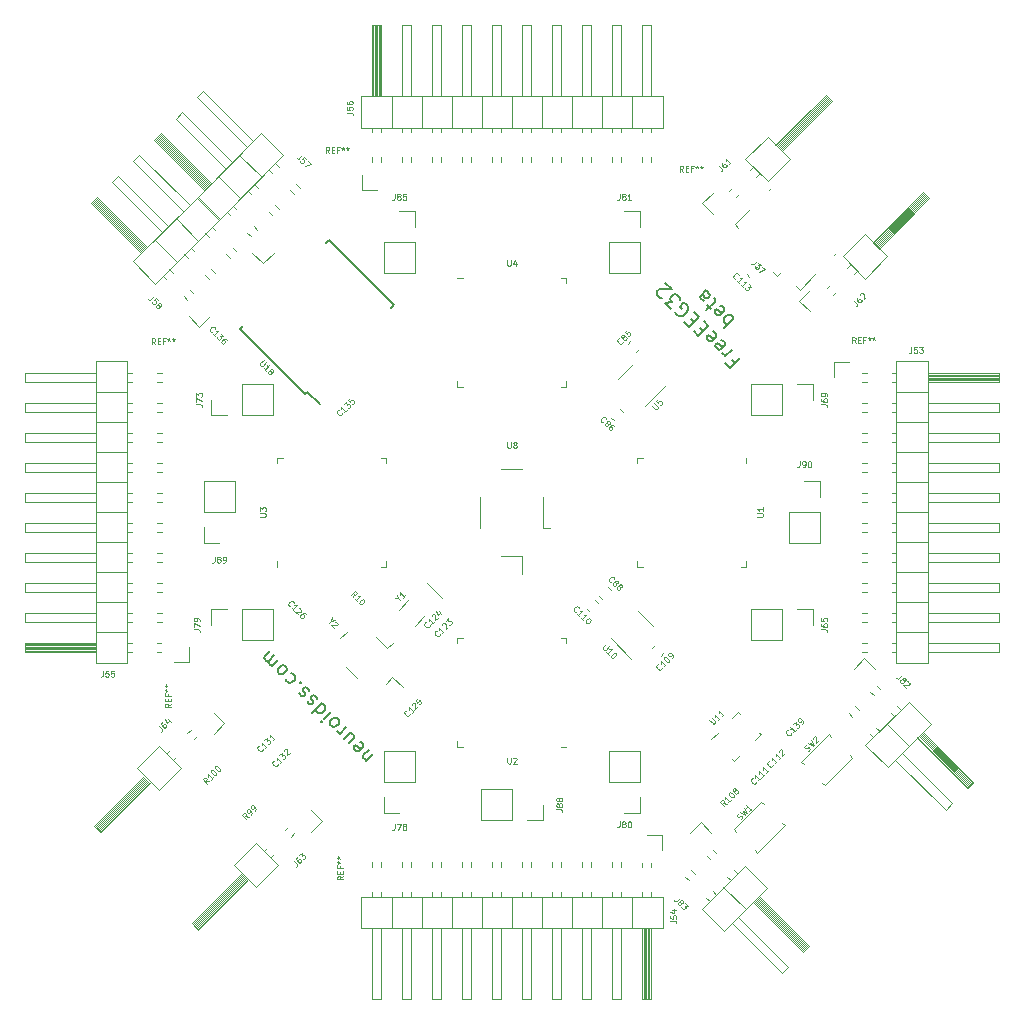
<source format=gbr>
G04 #@! TF.GenerationSoftware,KiCad,Pcbnew,5.1.5-52549c5~86~ubuntu16.04.1*
G04 #@! TF.CreationDate,2020-04-28T14:27:50+03:00*
G04 #@! TF.ProjectId,FreeEEG32-beta,46726565-4545-4473-9332-2d626574612e,rev?*
G04 #@! TF.SameCoordinates,Original*
G04 #@! TF.FileFunction,Legend,Top*
G04 #@! TF.FilePolarity,Positive*
%FSLAX46Y46*%
G04 Gerber Fmt 4.6, Leading zero omitted, Abs format (unit mm)*
G04 Created by KiCad (PCBNEW 5.1.5-52549c5~86~ubuntu16.04.1) date 2020-04-28 14:27:50*
%MOMM*%
%LPD*%
G04 APERTURE LIST*
%ADD10C,0.200000*%
%ADD11C,0.100000*%
%ADD12C,0.120000*%
%ADD13C,0.150000*%
%ADD14C,0.075000*%
G04 APERTURE END LIST*
D10*
X137672031Y-121050914D02*
X138237716Y-120485229D01*
X137752843Y-120970102D02*
X137672031Y-120970102D01*
X137550813Y-120929696D01*
X137429594Y-120808477D01*
X137389188Y-120687259D01*
X137429594Y-120566041D01*
X137874062Y-120121574D01*
X137106346Y-119434670D02*
X137227564Y-119475076D01*
X137389188Y-119636700D01*
X137429594Y-119757919D01*
X137389188Y-119879137D01*
X137065940Y-120202386D01*
X136944721Y-120242792D01*
X136823503Y-120202386D01*
X136661878Y-120040761D01*
X136621472Y-119919543D01*
X136661878Y-119798325D01*
X136742691Y-119717513D01*
X137227564Y-120040761D01*
X135813350Y-119192233D02*
X136379036Y-118626548D01*
X136177005Y-119555888D02*
X136621472Y-119111421D01*
X136661878Y-118990203D01*
X136621472Y-118868984D01*
X136500254Y-118747766D01*
X136379036Y-118707360D01*
X136298224Y-118707360D01*
X135974975Y-118222487D02*
X135409289Y-118788172D01*
X135570914Y-118626548D02*
X135449695Y-118666954D01*
X135368883Y-118666954D01*
X135247665Y-118626548D01*
X135166853Y-118545736D01*
X135328477Y-117575989D02*
X135368883Y-117697208D01*
X135368883Y-117778020D01*
X135328477Y-117899238D01*
X135086041Y-118141675D01*
X134964822Y-118182081D01*
X134884010Y-118182081D01*
X134762792Y-118141675D01*
X134641573Y-118020456D01*
X134601167Y-117899238D01*
X134601167Y-117818426D01*
X134641573Y-117697208D01*
X134884010Y-117454771D01*
X135005228Y-117414365D01*
X135086041Y-117414365D01*
X135207259Y-117454771D01*
X135328477Y-117575989D01*
X134681980Y-116929492D02*
X134116294Y-117495177D01*
X133833451Y-117778020D02*
X133914264Y-117778020D01*
X133914264Y-117697208D01*
X133833451Y-117697208D01*
X133833451Y-117778020D01*
X133914264Y-117697208D01*
X133914264Y-116161776D02*
X133065735Y-117010304D01*
X133873857Y-116202182D02*
X133995076Y-116242588D01*
X134156700Y-116404212D01*
X134197106Y-116525431D01*
X134197106Y-116606243D01*
X134156700Y-116727461D01*
X133914264Y-116969898D01*
X133793045Y-117010304D01*
X133712233Y-117010304D01*
X133591015Y-116969898D01*
X133429390Y-116808273D01*
X133388984Y-116687055D01*
X133510203Y-115838527D02*
X133469796Y-115717309D01*
X133308172Y-115555684D01*
X133186954Y-115515278D01*
X133065735Y-115555684D01*
X133025329Y-115596090D01*
X132984923Y-115717309D01*
X133025329Y-115838527D01*
X133146548Y-115959745D01*
X133186954Y-116080963D01*
X133146548Y-116202182D01*
X133106142Y-116242588D01*
X132984923Y-116282994D01*
X132863705Y-116242588D01*
X132742487Y-116121370D01*
X132702081Y-116000151D01*
X132823299Y-115151623D02*
X132782893Y-115030405D01*
X132621268Y-114868780D01*
X132500050Y-114828374D01*
X132378832Y-114868780D01*
X132338426Y-114909186D01*
X132298019Y-115030405D01*
X132338426Y-115151623D01*
X132459644Y-115272841D01*
X132500050Y-115394060D01*
X132459644Y-115515278D01*
X132419238Y-115555684D01*
X132298019Y-115596090D01*
X132176801Y-115555684D01*
X132055583Y-115434466D01*
X132015177Y-115313247D01*
X132055583Y-114464719D02*
X132055583Y-114383907D01*
X132136395Y-114383907D01*
X132136395Y-114464719D01*
X132055583Y-114464719D01*
X132136395Y-114383907D01*
X131328273Y-113656597D02*
X131449491Y-113697003D01*
X131611116Y-113858628D01*
X131651522Y-113979846D01*
X131651522Y-114060658D01*
X131611116Y-114181877D01*
X131368679Y-114424313D01*
X131247461Y-114464719D01*
X131166649Y-114464719D01*
X131045430Y-114424313D01*
X130883806Y-114262689D01*
X130843400Y-114141471D01*
X130883806Y-113131318D02*
X130924212Y-113252536D01*
X130924212Y-113333349D01*
X130883806Y-113454567D01*
X130641369Y-113697003D01*
X130520151Y-113737410D01*
X130439339Y-113737410D01*
X130318121Y-113697003D01*
X130196902Y-113575785D01*
X130156496Y-113454567D01*
X130156496Y-113373755D01*
X130196902Y-113252536D01*
X130439339Y-113010100D01*
X130560557Y-112969694D01*
X130641369Y-112969694D01*
X130762588Y-113010100D01*
X130883806Y-113131318D01*
X130237308Y-112484820D02*
X129671623Y-113050506D01*
X129752435Y-112969694D02*
X129671623Y-112969694D01*
X129550405Y-112929287D01*
X129429186Y-112808069D01*
X129388780Y-112686851D01*
X129429186Y-112565633D01*
X129873653Y-112121165D01*
X129429186Y-112565633D02*
X129307968Y-112606039D01*
X129186750Y-112565633D01*
X129065531Y-112444414D01*
X129025125Y-112323196D01*
X129065531Y-112201978D01*
X129509998Y-111757511D01*
X168611117Y-87126549D02*
X168893959Y-87409392D01*
X169338426Y-86964924D02*
X168489898Y-87813453D01*
X168085837Y-87409392D01*
X168611117Y-86237615D02*
X168045431Y-86803300D01*
X168207056Y-86641676D02*
X168085837Y-86682082D01*
X168005025Y-86682082D01*
X167883807Y-86641676D01*
X167802995Y-86560863D01*
X167722182Y-85429493D02*
X167843401Y-85469899D01*
X168005025Y-85631523D01*
X168045431Y-85752741D01*
X168005025Y-85873960D01*
X167681776Y-86197209D01*
X167560558Y-86237615D01*
X167439340Y-86197209D01*
X167277715Y-86035584D01*
X167237309Y-85914366D01*
X167277715Y-85793148D01*
X167358527Y-85712335D01*
X167843401Y-86035584D01*
X166994873Y-84702183D02*
X167116091Y-84742589D01*
X167277715Y-84904213D01*
X167318121Y-85025432D01*
X167277715Y-85146650D01*
X166954466Y-85469899D01*
X166833248Y-85510305D01*
X166712030Y-85469899D01*
X166550405Y-85308274D01*
X166509999Y-85187056D01*
X166550405Y-85065838D01*
X166631218Y-84985025D01*
X167116091Y-85308274D01*
X166186750Y-84702183D02*
X165903908Y-84419340D01*
X166227157Y-83853655D02*
X166631218Y-84257716D01*
X165782689Y-85106244D01*
X165378628Y-84702183D01*
X165419035Y-83934467D02*
X165136192Y-83651624D01*
X165459441Y-83085939D02*
X165863502Y-83490000D01*
X165014974Y-84338528D01*
X164610912Y-83934467D01*
X163843197Y-83085939D02*
X163883603Y-83207157D01*
X164004821Y-83328375D01*
X164166445Y-83409188D01*
X164328070Y-83409188D01*
X164449288Y-83368781D01*
X164651319Y-83247563D01*
X164772537Y-83126345D01*
X164893755Y-82924314D01*
X164934161Y-82803096D01*
X164934161Y-82641472D01*
X164853349Y-82479847D01*
X164772537Y-82399035D01*
X164610912Y-82318223D01*
X164530100Y-82318223D01*
X164247258Y-82601065D01*
X164408882Y-82762690D01*
X163479542Y-82803096D02*
X162954262Y-82277817D01*
X163560354Y-82237411D01*
X163439136Y-82116192D01*
X163398729Y-81994974D01*
X163398729Y-81914162D01*
X163439136Y-81792943D01*
X163641166Y-81590913D01*
X163762384Y-81550507D01*
X163843197Y-81550507D01*
X163964415Y-81590913D01*
X164206851Y-81833350D01*
X164247258Y-81954568D01*
X164247258Y-82035380D01*
X162711826Y-81873756D02*
X162631014Y-81873756D01*
X162509795Y-81833350D01*
X162307765Y-81631319D01*
X162267359Y-81510101D01*
X162267359Y-81429289D01*
X162307765Y-81308070D01*
X162388577Y-81227258D01*
X162550201Y-81146446D01*
X163519948Y-81146446D01*
X162994668Y-80621166D01*
X168772741Y-83570811D02*
X167924213Y-84419340D01*
X168247462Y-84096091D02*
X168126244Y-84055685D01*
X167964619Y-83894060D01*
X167924213Y-83772842D01*
X167924213Y-83692030D01*
X167964619Y-83570811D01*
X168207056Y-83328375D01*
X168328274Y-83287969D01*
X168409087Y-83287969D01*
X168530305Y-83328375D01*
X168691929Y-83489999D01*
X168732335Y-83611218D01*
X167641371Y-82520253D02*
X167762589Y-82560659D01*
X167924213Y-82722283D01*
X167964619Y-82843502D01*
X167924213Y-82964720D01*
X167600964Y-83287969D01*
X167479746Y-83328375D01*
X167358528Y-83287969D01*
X167196903Y-83126344D01*
X167156497Y-83005126D01*
X167196903Y-82883908D01*
X167277716Y-82803096D01*
X167762589Y-83126344D01*
X166833249Y-82762689D02*
X166510000Y-82439441D01*
X166429188Y-82924314D02*
X167156497Y-82197004D01*
X167196903Y-82075786D01*
X167156497Y-81954567D01*
X167075685Y-81873755D01*
X166429188Y-81227258D02*
X165984720Y-81671725D01*
X165944314Y-81792943D01*
X165984720Y-81914161D01*
X166146345Y-82075786D01*
X166267563Y-82116192D01*
X166388781Y-81267664D02*
X166510000Y-81308070D01*
X166712030Y-81510100D01*
X166752436Y-81631319D01*
X166712030Y-81752537D01*
X166631218Y-81833349D01*
X166510000Y-81873755D01*
X166388781Y-81833349D01*
X166186751Y-81631319D01*
X166065533Y-81590912D01*
D11*
X166838800Y-119250425D02*
X167418628Y-118670598D01*
X168818699Y-121088903D02*
X169327816Y-120579786D01*
X168818699Y-121088903D02*
X168663136Y-120933340D01*
X170925878Y-118670598D02*
X171081441Y-118826161D01*
X171081441Y-118826161D02*
X170572324Y-119335278D01*
X168663136Y-117426090D02*
X169172253Y-116916973D01*
X169172253Y-116916973D02*
X169327816Y-117072536D01*
D12*
X179845000Y-112391847D02*
X180743026Y-113289872D01*
X178946974Y-113289872D02*
X179845000Y-112391847D01*
X178517710Y-116990112D02*
X178838837Y-117311239D01*
X179055112Y-116452711D02*
X179376238Y-116773838D01*
X180313762Y-118786163D02*
X180594533Y-119066935D01*
X180851163Y-118248762D02*
X181131934Y-118529534D01*
X186718078Y-125190480D02*
X182475437Y-120947839D01*
X187255479Y-124653078D02*
X186718078Y-125190480D01*
X183012838Y-120410438D02*
X187255479Y-124653078D01*
X181761259Y-117900209D02*
X183642163Y-119781113D01*
X180361188Y-115241487D02*
X180634888Y-115515188D01*
X180898589Y-114704086D02*
X181172290Y-114977786D01*
X182109813Y-116990112D02*
X182390584Y-117270884D01*
X182647214Y-116452711D02*
X182927986Y-116733482D01*
X184342199Y-119081077D02*
X188584840Y-123323718D01*
X184427052Y-118996224D02*
X188669693Y-123238865D01*
X184511905Y-118911371D02*
X188754545Y-123154012D01*
X184596758Y-118826518D02*
X188839398Y-123069159D01*
X184681610Y-118741666D02*
X188924251Y-122984306D01*
X184766463Y-118656813D02*
X189009104Y-122899454D01*
X188514129Y-123394428D02*
X184271488Y-119151788D01*
X189051530Y-122857027D02*
X188514129Y-123394428D01*
X184808890Y-118614386D02*
X189051530Y-122857027D01*
X185480641Y-117942635D02*
X183599737Y-116061731D01*
X181803686Y-121619590D02*
X185480641Y-117942635D01*
X179922782Y-119738686D02*
X181803686Y-121619590D01*
X183599737Y-116061731D02*
X179922782Y-119738686D01*
X165983949Y-126252898D02*
X166881975Y-127150923D01*
X165085923Y-127150923D02*
X165983949Y-126252898D01*
X164656659Y-130851163D02*
X164977786Y-131172290D01*
X165194061Y-130313762D02*
X165515187Y-130634889D01*
X166452711Y-132647214D02*
X166733482Y-132927986D01*
X166990112Y-132109813D02*
X167270883Y-132390585D01*
X172857027Y-139051531D02*
X168614386Y-134808890D01*
X173394428Y-138514129D02*
X172857027Y-139051531D01*
X169151787Y-134271489D02*
X173394428Y-138514129D01*
X167900208Y-131761260D02*
X169781112Y-133642164D01*
X166500137Y-129102538D02*
X166773837Y-129376239D01*
X167037538Y-128565137D02*
X167311239Y-128838837D01*
X168248762Y-130851163D02*
X168529533Y-131131935D01*
X168786163Y-130313762D02*
X169066935Y-130594533D01*
X170481148Y-132942128D02*
X174723789Y-137184769D01*
X170566001Y-132857275D02*
X174808642Y-137099916D01*
X170650854Y-132772422D02*
X174893494Y-137015063D01*
X170735707Y-132687569D02*
X174978347Y-136930210D01*
X170820559Y-132602717D02*
X175063200Y-136845357D01*
X170905412Y-132517864D02*
X175148053Y-136760505D01*
X174653078Y-137255479D02*
X170410437Y-133012839D01*
X175190479Y-136718078D02*
X174653078Y-137255479D01*
X170947839Y-132475437D02*
X175190479Y-136718078D01*
X171619590Y-131803686D02*
X169738686Y-129922782D01*
X167942635Y-135480641D02*
X171619590Y-131803686D01*
X166061731Y-133599737D02*
X167942635Y-135480641D01*
X169738686Y-129922782D02*
X166061731Y-133599737D01*
X128936051Y-78936051D02*
X128038025Y-78038026D01*
X129834077Y-78038026D02*
X128936051Y-78936051D01*
X132059392Y-72541735D02*
X131738265Y-72220608D01*
X131521991Y-73079136D02*
X131200864Y-72758009D01*
X130263341Y-70745684D02*
X129982569Y-70464912D01*
X129725939Y-71283085D02*
X129445168Y-71002313D01*
X123859024Y-64341367D02*
X128101665Y-68584008D01*
X123321623Y-64878768D02*
X123859024Y-64341367D01*
X127564264Y-69121409D02*
X123321623Y-64878768D01*
X128815843Y-71631638D02*
X126934939Y-69750734D01*
X130263341Y-74337786D02*
X129942214Y-74016659D01*
X129725939Y-74875187D02*
X129404813Y-74554060D01*
X128467289Y-72541735D02*
X128186518Y-72260963D01*
X127929888Y-73079136D02*
X127649117Y-72798364D01*
X122062973Y-66137418D02*
X126305614Y-70380059D01*
X121525572Y-66674820D02*
X122062973Y-66137418D01*
X125768213Y-70917460D02*
X121525572Y-66674820D01*
X127019792Y-73427689D02*
X125138888Y-71546785D01*
X128419863Y-76086411D02*
X128146163Y-75812710D01*
X127882462Y-76623812D02*
X127608761Y-76350112D01*
X126671238Y-74337786D02*
X126390467Y-74057014D01*
X126133837Y-74875187D02*
X125853065Y-74594416D01*
X124438852Y-72246821D02*
X120196211Y-68004180D01*
X124353999Y-72331674D02*
X120111358Y-68089033D01*
X124269146Y-72416527D02*
X120026506Y-68173886D01*
X124184293Y-72501380D02*
X119941653Y-68258739D01*
X124099441Y-72586232D02*
X119856800Y-68343592D01*
X124014588Y-72671085D02*
X119771947Y-68428444D01*
X120266922Y-67933470D02*
X124509563Y-72176110D01*
X119729521Y-68470871D02*
X120266922Y-67933470D01*
X123972161Y-72713512D02*
X119729521Y-68470871D01*
X123300410Y-73385263D02*
X125181314Y-75266167D01*
X128773416Y-67912257D02*
X123300410Y-73385263D01*
X130654320Y-69793161D02*
X128773416Y-67912257D01*
X125181314Y-75266167D02*
X130654320Y-69793161D01*
X123547898Y-84324205D02*
X122649872Y-83426180D01*
X124445924Y-83426180D02*
X123547898Y-84324205D01*
X126671239Y-77929889D02*
X126350112Y-77608762D01*
X126133838Y-78467290D02*
X125812711Y-78146163D01*
X124875188Y-76133838D02*
X124594416Y-75853066D01*
X124337786Y-76671239D02*
X124057015Y-76390467D01*
X118470871Y-69729521D02*
X122713512Y-73972162D01*
X117933470Y-70266922D02*
X118470871Y-69729521D01*
X122176111Y-74509563D02*
X117933470Y-70266922D01*
X123427690Y-77019792D02*
X121546786Y-75138888D01*
X124875188Y-79725940D02*
X124554061Y-79404813D01*
X124337786Y-80263341D02*
X124016660Y-79942214D01*
X123079136Y-77929889D02*
X122798365Y-77649117D01*
X122541735Y-78467290D02*
X122260964Y-78186518D01*
X116674820Y-71525572D02*
X120917461Y-75768213D01*
X116137419Y-72062974D02*
X116674820Y-71525572D01*
X120380060Y-76305614D02*
X116137419Y-72062974D01*
X121631639Y-78815843D02*
X119750735Y-76934939D01*
X123031710Y-81474565D02*
X122758010Y-81200864D01*
X122494309Y-82011966D02*
X122220608Y-81738266D01*
X121283085Y-79725940D02*
X121002314Y-79445168D01*
X120745684Y-80263341D02*
X120464912Y-79982570D01*
X119050699Y-77634975D02*
X114808058Y-73392334D01*
X118965846Y-77719828D02*
X114723205Y-73477187D01*
X118880993Y-77804681D02*
X114638353Y-73562040D01*
X118796140Y-77889534D02*
X114553500Y-73646893D01*
X118711288Y-77974386D02*
X114468647Y-73731746D01*
X118626435Y-78059239D02*
X114383794Y-73816598D01*
X114878769Y-73321624D02*
X119121410Y-77564264D01*
X114341368Y-73859025D02*
X114878769Y-73321624D01*
X118584008Y-78101666D02*
X114341368Y-73859025D01*
X117912257Y-78773417D02*
X119793161Y-80654321D01*
X123385263Y-73300411D02*
X117912257Y-78773417D01*
X125266167Y-75181315D02*
X123385263Y-73300411D01*
X119793161Y-80654321D02*
X125266167Y-75181315D01*
X133907102Y-126143949D02*
X133009077Y-127041975D01*
X133009077Y-125245923D02*
X133907102Y-126143949D01*
X131057462Y-126660137D02*
X130783761Y-126933837D01*
X131594863Y-127197538D02*
X131321163Y-127471239D01*
X129308837Y-128408762D02*
X129028065Y-128689533D01*
X129846238Y-128946163D02*
X129565467Y-129226935D01*
X127217872Y-130641148D02*
X122975231Y-134883789D01*
X127302725Y-130726001D02*
X123060084Y-134968642D01*
X127387578Y-130810854D02*
X123144937Y-135053494D01*
X127472431Y-130895707D02*
X123229790Y-135138347D01*
X127557283Y-130980559D02*
X123314643Y-135223200D01*
X127642136Y-131065412D02*
X123399495Y-135308053D01*
X122904521Y-134813078D02*
X127147161Y-130570437D01*
X123441922Y-135350479D02*
X122904521Y-134813078D01*
X127684563Y-131107839D02*
X123441922Y-135350479D01*
X128356314Y-131779590D02*
X130237218Y-129898686D01*
X126475410Y-129898686D02*
X128356314Y-131779590D01*
X128356314Y-128017782D02*
X126475410Y-129898686D01*
X130237218Y-129898686D02*
X128356314Y-128017782D01*
X125652102Y-117888949D02*
X124754077Y-118786975D01*
X124754077Y-116990923D02*
X125652102Y-117888949D01*
X122802462Y-118405137D02*
X122528761Y-118678837D01*
X123339863Y-118942538D02*
X123066163Y-119216239D01*
X121053837Y-120153762D02*
X120773065Y-120434533D01*
X121591238Y-120691163D02*
X121310467Y-120971935D01*
X118962872Y-122386148D02*
X114720231Y-126628789D01*
X119047725Y-122471001D02*
X114805084Y-126713642D01*
X119132578Y-122555854D02*
X114889937Y-126798494D01*
X119217431Y-122640707D02*
X114974790Y-126883347D01*
X119302283Y-122725559D02*
X115059643Y-126968200D01*
X119387136Y-122810412D02*
X115144495Y-127053053D01*
X114649521Y-126558078D02*
X118892161Y-122315437D01*
X115186922Y-127095479D02*
X114649521Y-126558078D01*
X119429563Y-122852839D02*
X115186922Y-127095479D01*
X120101314Y-123524590D02*
X121982218Y-121643686D01*
X118220410Y-121643686D02*
X120101314Y-123524590D01*
X120101314Y-119762782D02*
X118220410Y-121643686D01*
X121982218Y-121643686D02*
X120101314Y-119762782D01*
X174347898Y-82111051D02*
X175245923Y-81213025D01*
X175245923Y-83009077D02*
X174347898Y-82111051D01*
X177197538Y-81594863D02*
X177471239Y-81321163D01*
X176660137Y-81057462D02*
X176933837Y-80783761D01*
X178946163Y-79846238D02*
X179226935Y-79565467D01*
X178408762Y-79308837D02*
X178689533Y-79028065D01*
X181037128Y-77613852D02*
X185279769Y-73371211D01*
X180952275Y-77528999D02*
X185194916Y-73286358D01*
X180867422Y-77444146D02*
X185110063Y-73201506D01*
X180782569Y-77359293D02*
X185025210Y-73116653D01*
X180697717Y-77274441D02*
X184940357Y-73031800D01*
X180612864Y-77189588D02*
X184855505Y-72946947D01*
X185350479Y-73441922D02*
X181107839Y-77684563D01*
X184813078Y-72904521D02*
X185350479Y-73441922D01*
X180570437Y-77147161D02*
X184813078Y-72904521D01*
X179898686Y-76475410D02*
X178017782Y-78356314D01*
X181779590Y-78356314D02*
X179898686Y-76475410D01*
X179898686Y-80237218D02*
X181779590Y-78356314D01*
X178017782Y-78356314D02*
X179898686Y-80237218D01*
X166092898Y-73856051D02*
X166990923Y-72958025D01*
X166990923Y-74754077D02*
X166092898Y-73856051D01*
X168942538Y-73339863D02*
X169216239Y-73066163D01*
X168405137Y-72802462D02*
X168678837Y-72528761D01*
X170691163Y-71591238D02*
X170971935Y-71310467D01*
X170153762Y-71053837D02*
X170434533Y-70773065D01*
X172782128Y-69358852D02*
X177024769Y-65116211D01*
X172697275Y-69273999D02*
X176939916Y-65031358D01*
X172612422Y-69189146D02*
X176855063Y-64946506D01*
X172527569Y-69104293D02*
X176770210Y-64861653D01*
X172442717Y-69019441D02*
X176685357Y-64776800D01*
X172357864Y-68934588D02*
X176600505Y-64691947D01*
X177095479Y-65186922D02*
X172852839Y-69429563D01*
X176558078Y-64649521D02*
X177095479Y-65186922D01*
X172315437Y-68892161D02*
X176558078Y-64649521D01*
X171643686Y-68220410D02*
X169762782Y-70101314D01*
X173524590Y-70101314D02*
X171643686Y-68220410D01*
X171643686Y-71982218D02*
X173524590Y-70101314D01*
X169762782Y-70101314D02*
X171643686Y-71982218D01*
X124540000Y-91805000D02*
X124540000Y-90475000D01*
X125870000Y-91805000D02*
X124540000Y-91805000D01*
X127140000Y-91805000D02*
X127140000Y-89145000D01*
X127140000Y-89145000D02*
X129740000Y-89145000D01*
X127140000Y-91805000D02*
X129740000Y-91805000D01*
X129740000Y-91805000D02*
X129740000Y-89145000D01*
X160855000Y-125460000D02*
X159525000Y-125460000D01*
X160855000Y-124130000D02*
X160855000Y-125460000D01*
X160855000Y-122860000D02*
X158195000Y-122860000D01*
X158195000Y-122860000D02*
X158195000Y-120260000D01*
X160855000Y-122860000D02*
X160855000Y-120260000D01*
X160855000Y-120260000D02*
X158195000Y-120260000D01*
X175460000Y-108195000D02*
X175460000Y-109525000D01*
X174130000Y-108195000D02*
X175460000Y-108195000D01*
X172860000Y-108195000D02*
X172860000Y-110855000D01*
X172860000Y-110855000D02*
X170260000Y-110855000D01*
X172860000Y-108195000D02*
X170260000Y-108195000D01*
X170260000Y-108195000D02*
X170260000Y-110855000D01*
X175460000Y-89145000D02*
X175460000Y-90475000D01*
X174130000Y-89145000D02*
X175460000Y-89145000D01*
X172860000Y-89145000D02*
X172860000Y-91805000D01*
X172860000Y-91805000D02*
X170260000Y-91805000D01*
X172860000Y-89145000D02*
X170260000Y-89145000D01*
X170260000Y-89145000D02*
X170260000Y-91805000D01*
X150862911Y-105236647D02*
X150862911Y-103736647D01*
X150862911Y-103736647D02*
X149062911Y-103736647D01*
X149062911Y-96336647D02*
X150862911Y-96336647D01*
X147262911Y-101336647D02*
X147262911Y-98736647D01*
X152662911Y-98736647D02*
X152662911Y-101336647D01*
X152662911Y-101336647D02*
X153262911Y-101336647D01*
X171343909Y-124725456D02*
X171131777Y-124513324D01*
X171131777Y-124513324D02*
X168798324Y-126846777D01*
X168798324Y-126846777D02*
X169010456Y-127058909D01*
X172899544Y-126281091D02*
X173111676Y-126493223D01*
X173111676Y-126493223D02*
X170778223Y-128826676D01*
X170778223Y-128826676D02*
X170566091Y-128614544D01*
X144055935Y-107267657D02*
X142783143Y-105994865D01*
X141227508Y-107479789D02*
X140449691Y-108257606D01*
X142571011Y-108823292D02*
X141793194Y-109601109D01*
X172426897Y-79996010D02*
X172745095Y-79677812D01*
X172426897Y-79996010D02*
X172108699Y-79677812D01*
X168856008Y-75647303D02*
X169174206Y-75965501D01*
X170164155Y-74339156D02*
X168856008Y-75647303D01*
X177482711Y-78051466D02*
X177305934Y-78228243D01*
X171967278Y-72536033D02*
X171790501Y-72712810D01*
X175679588Y-79854589D02*
X174371441Y-81162736D01*
X174371441Y-81162736D02*
X174053243Y-80844538D01*
X169850000Y-95865000D02*
X169850000Y-95390000D01*
X160630000Y-104610000D02*
X161105000Y-104610000D01*
X160630000Y-104135000D02*
X160630000Y-104610000D01*
X160630000Y-95390000D02*
X161105000Y-95390000D01*
X160630000Y-95865000D02*
X160630000Y-95390000D01*
X169850000Y-104610000D02*
X169375000Y-104610000D01*
X169850000Y-104135000D02*
X169850000Y-104610000D01*
D13*
X132464695Y-89995382D02*
X132659150Y-89800928D01*
X126984618Y-84515305D02*
X127235641Y-84264282D01*
X134515305Y-76984618D02*
X134264282Y-77235641D01*
X139995382Y-82464695D02*
X139744359Y-82715718D01*
X132464695Y-89995382D02*
X126984618Y-84515305D01*
X139995382Y-82464695D02*
X134515305Y-76984618D01*
X132659150Y-89800928D02*
X133737487Y-90879266D01*
D12*
X154135000Y-119850000D02*
X154610000Y-119850000D01*
X145390000Y-110630000D02*
X145390000Y-111105000D01*
X145865000Y-110630000D02*
X145390000Y-110630000D01*
X154610000Y-110630000D02*
X154610000Y-111105000D01*
X154135000Y-110630000D02*
X154610000Y-110630000D01*
X145390000Y-119850000D02*
X145390000Y-119375000D01*
X145865000Y-119850000D02*
X145390000Y-119850000D01*
X130150000Y-104135000D02*
X130150000Y-104610000D01*
X139370000Y-95390000D02*
X138895000Y-95390000D01*
X139370000Y-95865000D02*
X139370000Y-95390000D01*
X139370000Y-104610000D02*
X138895000Y-104610000D01*
X139370000Y-104135000D02*
X139370000Y-104610000D01*
X130150000Y-95390000D02*
X130625000Y-95390000D01*
X130150000Y-95865000D02*
X130150000Y-95390000D01*
X145865000Y-80150000D02*
X145390000Y-80150000D01*
X154610000Y-89370000D02*
X154610000Y-88895000D01*
X154135000Y-89370000D02*
X154610000Y-89370000D01*
X145390000Y-89370000D02*
X145390000Y-88895000D01*
X145865000Y-89370000D02*
X145390000Y-89370000D01*
X154610000Y-80150000D02*
X154610000Y-80625000D01*
X154135000Y-80150000D02*
X154610000Y-80150000D01*
X140756914Y-114829229D02*
X139873031Y-113945346D01*
X139873031Y-113945346D02*
X139307346Y-114511031D01*
X135488969Y-110692654D02*
X136054654Y-110126969D01*
X136903183Y-114086767D02*
X135913233Y-113096817D01*
X138458817Y-110551233D02*
X139448767Y-111541183D01*
X139448767Y-111541183D02*
X139908386Y-111081563D01*
X159365727Y-91513450D02*
X159135522Y-91283245D01*
X158644478Y-92234699D02*
X158414273Y-92004494D01*
X159811273Y-85733678D02*
X160041478Y-85503473D01*
X160532522Y-86454927D02*
X160762727Y-86224722D01*
X160292954Y-87444134D02*
X159020162Y-88716926D01*
X161297046Y-90993810D02*
X163029457Y-89261398D01*
X162820127Y-111954922D02*
X162589922Y-112185127D01*
X162098878Y-111233673D02*
X161868673Y-111463878D01*
X157282927Y-107679278D02*
X157052722Y-107449073D01*
X156561678Y-108400527D02*
X156331473Y-108170322D01*
X161934838Y-109657954D02*
X160662046Y-108385162D01*
X158385162Y-110662046D02*
X160117574Y-112394457D01*
X157628478Y-107333727D02*
X157398273Y-107103522D01*
X158349727Y-106612478D02*
X158119522Y-106382273D01*
X169869673Y-79849322D02*
X170099878Y-80079527D01*
X170590922Y-79128073D02*
X170821127Y-79358278D01*
X182555000Y-87240000D02*
X182555000Y-112760000D01*
X182555000Y-112760000D02*
X185215000Y-112760000D01*
X185215000Y-112760000D02*
X185215000Y-87240000D01*
X185215000Y-87240000D02*
X182555000Y-87240000D01*
X185215000Y-88190000D02*
X191215000Y-88190000D01*
X191215000Y-88190000D02*
X191215000Y-88950000D01*
X191215000Y-88950000D02*
X185215000Y-88950000D01*
X185215000Y-88250000D02*
X191215000Y-88250000D01*
X185215000Y-88370000D02*
X191215000Y-88370000D01*
X185215000Y-88490000D02*
X191215000Y-88490000D01*
X185215000Y-88610000D02*
X191215000Y-88610000D01*
X185215000Y-88730000D02*
X191215000Y-88730000D01*
X185215000Y-88850000D02*
X191215000Y-88850000D01*
X182157929Y-88190000D02*
X182555000Y-88190000D01*
X182157929Y-88950000D02*
X182555000Y-88950000D01*
X179685000Y-88190000D02*
X180072071Y-88190000D01*
X179685000Y-88950000D02*
X180072071Y-88950000D01*
X182555000Y-89840000D02*
X185215000Y-89840000D01*
X185215000Y-90730000D02*
X191215000Y-90730000D01*
X191215000Y-90730000D02*
X191215000Y-91490000D01*
X191215000Y-91490000D02*
X185215000Y-91490000D01*
X182157929Y-90730000D02*
X182555000Y-90730000D01*
X182157929Y-91490000D02*
X182555000Y-91490000D01*
X179617929Y-90730000D02*
X180072071Y-90730000D01*
X179617929Y-91490000D02*
X180072071Y-91490000D01*
X182555000Y-92380000D02*
X185215000Y-92380000D01*
X185215000Y-93270000D02*
X191215000Y-93270000D01*
X191215000Y-93270000D02*
X191215000Y-94030000D01*
X191215000Y-94030000D02*
X185215000Y-94030000D01*
X182157929Y-93270000D02*
X182555000Y-93270000D01*
X182157929Y-94030000D02*
X182555000Y-94030000D01*
X179617929Y-93270000D02*
X180072071Y-93270000D01*
X179617929Y-94030000D02*
X180072071Y-94030000D01*
X182555000Y-94920000D02*
X185215000Y-94920000D01*
X185215000Y-95810000D02*
X191215000Y-95810000D01*
X191215000Y-95810000D02*
X191215000Y-96570000D01*
X191215000Y-96570000D02*
X185215000Y-96570000D01*
X182157929Y-95810000D02*
X182555000Y-95810000D01*
X182157929Y-96570000D02*
X182555000Y-96570000D01*
X179617929Y-95810000D02*
X180072071Y-95810000D01*
X179617929Y-96570000D02*
X180072071Y-96570000D01*
X182555000Y-97460000D02*
X185215000Y-97460000D01*
X185215000Y-98350000D02*
X191215000Y-98350000D01*
X191215000Y-98350000D02*
X191215000Y-99110000D01*
X191215000Y-99110000D02*
X185215000Y-99110000D01*
X182157929Y-98350000D02*
X182555000Y-98350000D01*
X182157929Y-99110000D02*
X182555000Y-99110000D01*
X179617929Y-98350000D02*
X180072071Y-98350000D01*
X179617929Y-99110000D02*
X180072071Y-99110000D01*
X182555000Y-100000000D02*
X185215000Y-100000000D01*
X185215000Y-100890000D02*
X191215000Y-100890000D01*
X191215000Y-100890000D02*
X191215000Y-101650000D01*
X191215000Y-101650000D02*
X185215000Y-101650000D01*
X182157929Y-100890000D02*
X182555000Y-100890000D01*
X182157929Y-101650000D02*
X182555000Y-101650000D01*
X179617929Y-100890000D02*
X180072071Y-100890000D01*
X179617929Y-101650000D02*
X180072071Y-101650000D01*
X182555000Y-102540000D02*
X185215000Y-102540000D01*
X185215000Y-103430000D02*
X191215000Y-103430000D01*
X191215000Y-103430000D02*
X191215000Y-104190000D01*
X191215000Y-104190000D02*
X185215000Y-104190000D01*
X182157929Y-103430000D02*
X182555000Y-103430000D01*
X182157929Y-104190000D02*
X182555000Y-104190000D01*
X179617929Y-103430000D02*
X180072071Y-103430000D01*
X179617929Y-104190000D02*
X180072071Y-104190000D01*
X182555000Y-105080000D02*
X185215000Y-105080000D01*
X185215000Y-105970000D02*
X191215000Y-105970000D01*
X191215000Y-105970000D02*
X191215000Y-106730000D01*
X191215000Y-106730000D02*
X185215000Y-106730000D01*
X182157929Y-105970000D02*
X182555000Y-105970000D01*
X182157929Y-106730000D02*
X182555000Y-106730000D01*
X179617929Y-105970000D02*
X180072071Y-105970000D01*
X179617929Y-106730000D02*
X180072071Y-106730000D01*
X182555000Y-107620000D02*
X185215000Y-107620000D01*
X185215000Y-108510000D02*
X191215000Y-108510000D01*
X191215000Y-108510000D02*
X191215000Y-109270000D01*
X191215000Y-109270000D02*
X185215000Y-109270000D01*
X182157929Y-108510000D02*
X182555000Y-108510000D01*
X182157929Y-109270000D02*
X182555000Y-109270000D01*
X179617929Y-108510000D02*
X180072071Y-108510000D01*
X179617929Y-109270000D02*
X180072071Y-109270000D01*
X182555000Y-110160000D02*
X185215000Y-110160000D01*
X185215000Y-111050000D02*
X191215000Y-111050000D01*
X191215000Y-111050000D02*
X191215000Y-111810000D01*
X191215000Y-111810000D02*
X185215000Y-111810000D01*
X182157929Y-111050000D02*
X182555000Y-111050000D01*
X182157929Y-111810000D02*
X182555000Y-111810000D01*
X179617929Y-111050000D02*
X180072071Y-111050000D01*
X179617929Y-111810000D02*
X180072071Y-111810000D01*
X177305000Y-88570000D02*
X177305000Y-87300000D01*
X177305000Y-87300000D02*
X178575000Y-87300000D01*
X162700000Y-127305000D02*
X162700000Y-128575000D01*
X161430000Y-127305000D02*
X162700000Y-127305000D01*
X138190000Y-129617929D02*
X138190000Y-130072071D01*
X138950000Y-129617929D02*
X138950000Y-130072071D01*
X138190000Y-132157929D02*
X138190000Y-132555000D01*
X138950000Y-132157929D02*
X138950000Y-132555000D01*
X138190000Y-141215000D02*
X138190000Y-135215000D01*
X138950000Y-141215000D02*
X138190000Y-141215000D01*
X138950000Y-135215000D02*
X138950000Y-141215000D01*
X139840000Y-132555000D02*
X139840000Y-135215000D01*
X140730000Y-129617929D02*
X140730000Y-130072071D01*
X141490000Y-129617929D02*
X141490000Y-130072071D01*
X140730000Y-132157929D02*
X140730000Y-132555000D01*
X141490000Y-132157929D02*
X141490000Y-132555000D01*
X140730000Y-141215000D02*
X140730000Y-135215000D01*
X141490000Y-141215000D02*
X140730000Y-141215000D01*
X141490000Y-135215000D02*
X141490000Y-141215000D01*
X142380000Y-132555000D02*
X142380000Y-135215000D01*
X143270000Y-129617929D02*
X143270000Y-130072071D01*
X144030000Y-129617929D02*
X144030000Y-130072071D01*
X143270000Y-132157929D02*
X143270000Y-132555000D01*
X144030000Y-132157929D02*
X144030000Y-132555000D01*
X143270000Y-141215000D02*
X143270000Y-135215000D01*
X144030000Y-141215000D02*
X143270000Y-141215000D01*
X144030000Y-135215000D02*
X144030000Y-141215000D01*
X144920000Y-132555000D02*
X144920000Y-135215000D01*
X145810000Y-129617929D02*
X145810000Y-130072071D01*
X146570000Y-129617929D02*
X146570000Y-130072071D01*
X145810000Y-132157929D02*
X145810000Y-132555000D01*
X146570000Y-132157929D02*
X146570000Y-132555000D01*
X145810000Y-141215000D02*
X145810000Y-135215000D01*
X146570000Y-141215000D02*
X145810000Y-141215000D01*
X146570000Y-135215000D02*
X146570000Y-141215000D01*
X147460000Y-132555000D02*
X147460000Y-135215000D01*
X148350000Y-129617929D02*
X148350000Y-130072071D01*
X149110000Y-129617929D02*
X149110000Y-130072071D01*
X148350000Y-132157929D02*
X148350000Y-132555000D01*
X149110000Y-132157929D02*
X149110000Y-132555000D01*
X148350000Y-141215000D02*
X148350000Y-135215000D01*
X149110000Y-141215000D02*
X148350000Y-141215000D01*
X149110000Y-135215000D02*
X149110000Y-141215000D01*
X150000000Y-132555000D02*
X150000000Y-135215000D01*
X150890000Y-129617929D02*
X150890000Y-130072071D01*
X151650000Y-129617929D02*
X151650000Y-130072071D01*
X150890000Y-132157929D02*
X150890000Y-132555000D01*
X151650000Y-132157929D02*
X151650000Y-132555000D01*
X150890000Y-141215000D02*
X150890000Y-135215000D01*
X151650000Y-141215000D02*
X150890000Y-141215000D01*
X151650000Y-135215000D02*
X151650000Y-141215000D01*
X152540000Y-132555000D02*
X152540000Y-135215000D01*
X153430000Y-129617929D02*
X153430000Y-130072071D01*
X154190000Y-129617929D02*
X154190000Y-130072071D01*
X153430000Y-132157929D02*
X153430000Y-132555000D01*
X154190000Y-132157929D02*
X154190000Y-132555000D01*
X153430000Y-141215000D02*
X153430000Y-135215000D01*
X154190000Y-141215000D02*
X153430000Y-141215000D01*
X154190000Y-135215000D02*
X154190000Y-141215000D01*
X155080000Y-132555000D02*
X155080000Y-135215000D01*
X155970000Y-129617929D02*
X155970000Y-130072071D01*
X156730000Y-129617929D02*
X156730000Y-130072071D01*
X155970000Y-132157929D02*
X155970000Y-132555000D01*
X156730000Y-132157929D02*
X156730000Y-132555000D01*
X155970000Y-141215000D02*
X155970000Y-135215000D01*
X156730000Y-141215000D02*
X155970000Y-141215000D01*
X156730000Y-135215000D02*
X156730000Y-141215000D01*
X157620000Y-132555000D02*
X157620000Y-135215000D01*
X158510000Y-129617929D02*
X158510000Y-130072071D01*
X159270000Y-129617929D02*
X159270000Y-130072071D01*
X158510000Y-132157929D02*
X158510000Y-132555000D01*
X159270000Y-132157929D02*
X159270000Y-132555000D01*
X158510000Y-141215000D02*
X158510000Y-135215000D01*
X159270000Y-141215000D02*
X158510000Y-141215000D01*
X159270000Y-135215000D02*
X159270000Y-141215000D01*
X160160000Y-132555000D02*
X160160000Y-135215000D01*
X161050000Y-129685000D02*
X161050000Y-130072071D01*
X161810000Y-129685000D02*
X161810000Y-130072071D01*
X161050000Y-132157929D02*
X161050000Y-132555000D01*
X161810000Y-132157929D02*
X161810000Y-132555000D01*
X161150000Y-135215000D02*
X161150000Y-141215000D01*
X161270000Y-135215000D02*
X161270000Y-141215000D01*
X161390000Y-135215000D02*
X161390000Y-141215000D01*
X161510000Y-135215000D02*
X161510000Y-141215000D01*
X161630000Y-135215000D02*
X161630000Y-141215000D01*
X161750000Y-135215000D02*
X161750000Y-141215000D01*
X161050000Y-141215000D02*
X161050000Y-135215000D01*
X161810000Y-141215000D02*
X161050000Y-141215000D01*
X161810000Y-135215000D02*
X161810000Y-141215000D01*
X162760000Y-135215000D02*
X162760000Y-132555000D01*
X137240000Y-135215000D02*
X162760000Y-135215000D01*
X137240000Y-132555000D02*
X137240000Y-135215000D01*
X162760000Y-132555000D02*
X137240000Y-132555000D01*
X117445000Y-112760000D02*
X117445000Y-87240000D01*
X117445000Y-87240000D02*
X114785000Y-87240000D01*
X114785000Y-87240000D02*
X114785000Y-112760000D01*
X114785000Y-112760000D02*
X117445000Y-112760000D01*
X114785000Y-111810000D02*
X108785000Y-111810000D01*
X108785000Y-111810000D02*
X108785000Y-111050000D01*
X108785000Y-111050000D02*
X114785000Y-111050000D01*
X114785000Y-111750000D02*
X108785000Y-111750000D01*
X114785000Y-111630000D02*
X108785000Y-111630000D01*
X114785000Y-111510000D02*
X108785000Y-111510000D01*
X114785000Y-111390000D02*
X108785000Y-111390000D01*
X114785000Y-111270000D02*
X108785000Y-111270000D01*
X114785000Y-111150000D02*
X108785000Y-111150000D01*
X117842071Y-111810000D02*
X117445000Y-111810000D01*
X117842071Y-111050000D02*
X117445000Y-111050000D01*
X120315000Y-111810000D02*
X119927929Y-111810000D01*
X120315000Y-111050000D02*
X119927929Y-111050000D01*
X117445000Y-110160000D02*
X114785000Y-110160000D01*
X114785000Y-109270000D02*
X108785000Y-109270000D01*
X108785000Y-109270000D02*
X108785000Y-108510000D01*
X108785000Y-108510000D02*
X114785000Y-108510000D01*
X117842071Y-109270000D02*
X117445000Y-109270000D01*
X117842071Y-108510000D02*
X117445000Y-108510000D01*
X120382071Y-109270000D02*
X119927929Y-109270000D01*
X120382071Y-108510000D02*
X119927929Y-108510000D01*
X117445000Y-107620000D02*
X114785000Y-107620000D01*
X114785000Y-106730000D02*
X108785000Y-106730000D01*
X108785000Y-106730000D02*
X108785000Y-105970000D01*
X108785000Y-105970000D02*
X114785000Y-105970000D01*
X117842071Y-106730000D02*
X117445000Y-106730000D01*
X117842071Y-105970000D02*
X117445000Y-105970000D01*
X120382071Y-106730000D02*
X119927929Y-106730000D01*
X120382071Y-105970000D02*
X119927929Y-105970000D01*
X117445000Y-105080000D02*
X114785000Y-105080000D01*
X114785000Y-104190000D02*
X108785000Y-104190000D01*
X108785000Y-104190000D02*
X108785000Y-103430000D01*
X108785000Y-103430000D02*
X114785000Y-103430000D01*
X117842071Y-104190000D02*
X117445000Y-104190000D01*
X117842071Y-103430000D02*
X117445000Y-103430000D01*
X120382071Y-104190000D02*
X119927929Y-104190000D01*
X120382071Y-103430000D02*
X119927929Y-103430000D01*
X117445000Y-102540000D02*
X114785000Y-102540000D01*
X114785000Y-101650000D02*
X108785000Y-101650000D01*
X108785000Y-101650000D02*
X108785000Y-100890000D01*
X108785000Y-100890000D02*
X114785000Y-100890000D01*
X117842071Y-101650000D02*
X117445000Y-101650000D01*
X117842071Y-100890000D02*
X117445000Y-100890000D01*
X120382071Y-101650000D02*
X119927929Y-101650000D01*
X120382071Y-100890000D02*
X119927929Y-100890000D01*
X117445000Y-100000000D02*
X114785000Y-100000000D01*
X114785000Y-99110000D02*
X108785000Y-99110000D01*
X108785000Y-99110000D02*
X108785000Y-98350000D01*
X108785000Y-98350000D02*
X114785000Y-98350000D01*
X117842071Y-99110000D02*
X117445000Y-99110000D01*
X117842071Y-98350000D02*
X117445000Y-98350000D01*
X120382071Y-99110000D02*
X119927929Y-99110000D01*
X120382071Y-98350000D02*
X119927929Y-98350000D01*
X117445000Y-97460000D02*
X114785000Y-97460000D01*
X114785000Y-96570000D02*
X108785000Y-96570000D01*
X108785000Y-96570000D02*
X108785000Y-95810000D01*
X108785000Y-95810000D02*
X114785000Y-95810000D01*
X117842071Y-96570000D02*
X117445000Y-96570000D01*
X117842071Y-95810000D02*
X117445000Y-95810000D01*
X120382071Y-96570000D02*
X119927929Y-96570000D01*
X120382071Y-95810000D02*
X119927929Y-95810000D01*
X117445000Y-94920000D02*
X114785000Y-94920000D01*
X114785000Y-94030000D02*
X108785000Y-94030000D01*
X108785000Y-94030000D02*
X108785000Y-93270000D01*
X108785000Y-93270000D02*
X114785000Y-93270000D01*
X117842071Y-94030000D02*
X117445000Y-94030000D01*
X117842071Y-93270000D02*
X117445000Y-93270000D01*
X120382071Y-94030000D02*
X119927929Y-94030000D01*
X120382071Y-93270000D02*
X119927929Y-93270000D01*
X117445000Y-92380000D02*
X114785000Y-92380000D01*
X114785000Y-91490000D02*
X108785000Y-91490000D01*
X108785000Y-91490000D02*
X108785000Y-90730000D01*
X108785000Y-90730000D02*
X114785000Y-90730000D01*
X117842071Y-91490000D02*
X117445000Y-91490000D01*
X117842071Y-90730000D02*
X117445000Y-90730000D01*
X120382071Y-91490000D02*
X119927929Y-91490000D01*
X120382071Y-90730000D02*
X119927929Y-90730000D01*
X117445000Y-89840000D02*
X114785000Y-89840000D01*
X114785000Y-88950000D02*
X108785000Y-88950000D01*
X108785000Y-88950000D02*
X108785000Y-88190000D01*
X108785000Y-88190000D02*
X114785000Y-88190000D01*
X117842071Y-88950000D02*
X117445000Y-88950000D01*
X117842071Y-88190000D02*
X117445000Y-88190000D01*
X120382071Y-88950000D02*
X119927929Y-88950000D01*
X120382071Y-88190000D02*
X119927929Y-88190000D01*
X122695000Y-111430000D02*
X122695000Y-112700000D01*
X122695000Y-112700000D02*
X121425000Y-112700000D01*
X137300000Y-72695000D02*
X137300000Y-71425000D01*
X138570000Y-72695000D02*
X137300000Y-72695000D01*
X161810000Y-70382071D02*
X161810000Y-69927929D01*
X161050000Y-70382071D02*
X161050000Y-69927929D01*
X161810000Y-67842071D02*
X161810000Y-67445000D01*
X161050000Y-67842071D02*
X161050000Y-67445000D01*
X161810000Y-58785000D02*
X161810000Y-64785000D01*
X161050000Y-58785000D02*
X161810000Y-58785000D01*
X161050000Y-64785000D02*
X161050000Y-58785000D01*
X160160000Y-67445000D02*
X160160000Y-64785000D01*
X159270000Y-70382071D02*
X159270000Y-69927929D01*
X158510000Y-70382071D02*
X158510000Y-69927929D01*
X159270000Y-67842071D02*
X159270000Y-67445000D01*
X158510000Y-67842071D02*
X158510000Y-67445000D01*
X159270000Y-58785000D02*
X159270000Y-64785000D01*
X158510000Y-58785000D02*
X159270000Y-58785000D01*
X158510000Y-64785000D02*
X158510000Y-58785000D01*
X157620000Y-67445000D02*
X157620000Y-64785000D01*
X156730000Y-70382071D02*
X156730000Y-69927929D01*
X155970000Y-70382071D02*
X155970000Y-69927929D01*
X156730000Y-67842071D02*
X156730000Y-67445000D01*
X155970000Y-67842071D02*
X155970000Y-67445000D01*
X156730000Y-58785000D02*
X156730000Y-64785000D01*
X155970000Y-58785000D02*
X156730000Y-58785000D01*
X155970000Y-64785000D02*
X155970000Y-58785000D01*
X155080000Y-67445000D02*
X155080000Y-64785000D01*
X154190000Y-70382071D02*
X154190000Y-69927929D01*
X153430000Y-70382071D02*
X153430000Y-69927929D01*
X154190000Y-67842071D02*
X154190000Y-67445000D01*
X153430000Y-67842071D02*
X153430000Y-67445000D01*
X154190000Y-58785000D02*
X154190000Y-64785000D01*
X153430000Y-58785000D02*
X154190000Y-58785000D01*
X153430000Y-64785000D02*
X153430000Y-58785000D01*
X152540000Y-67445000D02*
X152540000Y-64785000D01*
X151650000Y-70382071D02*
X151650000Y-69927929D01*
X150890000Y-70382071D02*
X150890000Y-69927929D01*
X151650000Y-67842071D02*
X151650000Y-67445000D01*
X150890000Y-67842071D02*
X150890000Y-67445000D01*
X151650000Y-58785000D02*
X151650000Y-64785000D01*
X150890000Y-58785000D02*
X151650000Y-58785000D01*
X150890000Y-64785000D02*
X150890000Y-58785000D01*
X150000000Y-67445000D02*
X150000000Y-64785000D01*
X149110000Y-70382071D02*
X149110000Y-69927929D01*
X148350000Y-70382071D02*
X148350000Y-69927929D01*
X149110000Y-67842071D02*
X149110000Y-67445000D01*
X148350000Y-67842071D02*
X148350000Y-67445000D01*
X149110000Y-58785000D02*
X149110000Y-64785000D01*
X148350000Y-58785000D02*
X149110000Y-58785000D01*
X148350000Y-64785000D02*
X148350000Y-58785000D01*
X147460000Y-67445000D02*
X147460000Y-64785000D01*
X146570000Y-70382071D02*
X146570000Y-69927929D01*
X145810000Y-70382071D02*
X145810000Y-69927929D01*
X146570000Y-67842071D02*
X146570000Y-67445000D01*
X145810000Y-67842071D02*
X145810000Y-67445000D01*
X146570000Y-58785000D02*
X146570000Y-64785000D01*
X145810000Y-58785000D02*
X146570000Y-58785000D01*
X145810000Y-64785000D02*
X145810000Y-58785000D01*
X144920000Y-67445000D02*
X144920000Y-64785000D01*
X144030000Y-70382071D02*
X144030000Y-69927929D01*
X143270000Y-70382071D02*
X143270000Y-69927929D01*
X144030000Y-67842071D02*
X144030000Y-67445000D01*
X143270000Y-67842071D02*
X143270000Y-67445000D01*
X144030000Y-58785000D02*
X144030000Y-64785000D01*
X143270000Y-58785000D02*
X144030000Y-58785000D01*
X143270000Y-64785000D02*
X143270000Y-58785000D01*
X142380000Y-67445000D02*
X142380000Y-64785000D01*
X141490000Y-70382071D02*
X141490000Y-69927929D01*
X140730000Y-70382071D02*
X140730000Y-69927929D01*
X141490000Y-67842071D02*
X141490000Y-67445000D01*
X140730000Y-67842071D02*
X140730000Y-67445000D01*
X141490000Y-58785000D02*
X141490000Y-64785000D01*
X140730000Y-58785000D02*
X141490000Y-58785000D01*
X140730000Y-64785000D02*
X140730000Y-58785000D01*
X139840000Y-67445000D02*
X139840000Y-64785000D01*
X138950000Y-70315000D02*
X138950000Y-69927929D01*
X138190000Y-70315000D02*
X138190000Y-69927929D01*
X138950000Y-67842071D02*
X138950000Y-67445000D01*
X138190000Y-67842071D02*
X138190000Y-67445000D01*
X138850000Y-64785000D02*
X138850000Y-58785000D01*
X138730000Y-64785000D02*
X138730000Y-58785000D01*
X138610000Y-64785000D02*
X138610000Y-58785000D01*
X138490000Y-64785000D02*
X138490000Y-58785000D01*
X138370000Y-64785000D02*
X138370000Y-58785000D01*
X138250000Y-64785000D02*
X138250000Y-58785000D01*
X138950000Y-58785000D02*
X138950000Y-64785000D01*
X138190000Y-58785000D02*
X138950000Y-58785000D01*
X138190000Y-64785000D02*
X138190000Y-58785000D01*
X137240000Y-64785000D02*
X137240000Y-67445000D01*
X162760000Y-64785000D02*
X137240000Y-64785000D01*
X162760000Y-67445000D02*
X162760000Y-64785000D01*
X137240000Y-67445000D02*
X162760000Y-67445000D01*
X176846777Y-118798324D02*
X177058909Y-119010456D01*
X174513324Y-121131777D02*
X176846777Y-118798324D01*
X174725456Y-121343909D02*
X174513324Y-121131777D01*
X178826676Y-120778223D02*
X178614544Y-120566091D01*
X176493223Y-123111676D02*
X178826676Y-120778223D01*
X176281091Y-122899544D02*
X176493223Y-123111676D01*
X141805000Y-122860000D02*
X139145000Y-122860000D01*
X141805000Y-122860000D02*
X141805000Y-120260000D01*
X141805000Y-120260000D02*
X139145000Y-120260000D01*
X139145000Y-122860000D02*
X139145000Y-120260000D01*
X139145000Y-125460000D02*
X139145000Y-124130000D01*
X140475000Y-125460000D02*
X139145000Y-125460000D01*
X124540000Y-109525000D02*
X124540000Y-108195000D01*
X124540000Y-108195000D02*
X125870000Y-108195000D01*
X127140000Y-108195000D02*
X129740000Y-108195000D01*
X129740000Y-110855000D02*
X129740000Y-108195000D01*
X127140000Y-110855000D02*
X129740000Y-110855000D01*
X127140000Y-110855000D02*
X127140000Y-108195000D01*
X159525000Y-74540000D02*
X160855000Y-74540000D01*
X160855000Y-74540000D02*
X160855000Y-75870000D01*
X160855000Y-77140000D02*
X160855000Y-79740000D01*
X158195000Y-79740000D02*
X160855000Y-79740000D01*
X158195000Y-77140000D02*
X158195000Y-79740000D01*
X158195000Y-77140000D02*
X160855000Y-77140000D01*
X139145000Y-77140000D02*
X141805000Y-77140000D01*
X139145000Y-77140000D02*
X139145000Y-79740000D01*
X139145000Y-79740000D02*
X141805000Y-79740000D01*
X141805000Y-77140000D02*
X141805000Y-79740000D01*
X141805000Y-74540000D02*
X141805000Y-75870000D01*
X140475000Y-74540000D02*
X141805000Y-74540000D01*
X150000000Y-123435000D02*
X150000000Y-126095000D01*
X150000000Y-123435000D02*
X147400000Y-123435000D01*
X147400000Y-123435000D02*
X147400000Y-126095000D01*
X150000000Y-126095000D02*
X147400000Y-126095000D01*
X152600000Y-126095000D02*
X151270000Y-126095000D01*
X152600000Y-124765000D02*
X152600000Y-126095000D01*
X125235000Y-102600000D02*
X123905000Y-102600000D01*
X123905000Y-102600000D02*
X123905000Y-101270000D01*
X123905000Y-100000000D02*
X123905000Y-97400000D01*
X126565000Y-97400000D02*
X123905000Y-97400000D01*
X126565000Y-100000000D02*
X126565000Y-97400000D01*
X126565000Y-100000000D02*
X123905000Y-100000000D01*
X173435000Y-100000000D02*
X176095000Y-100000000D01*
X173435000Y-100000000D02*
X173435000Y-102600000D01*
X173435000Y-102600000D02*
X176095000Y-102600000D01*
X176095000Y-100000000D02*
X176095000Y-102600000D01*
X176095000Y-97400000D02*
X176095000Y-98730000D01*
X174765000Y-97400000D02*
X176095000Y-97400000D01*
D14*
X166727523Y-117610451D02*
X167013733Y-117896661D01*
X167064241Y-117913496D01*
X167097912Y-117913496D01*
X167148420Y-117896661D01*
X167215764Y-117829317D01*
X167232599Y-117778809D01*
X167232599Y-117745138D01*
X167215764Y-117694630D01*
X166929554Y-117408420D01*
X167636660Y-117408420D02*
X167434630Y-117610451D01*
X167535645Y-117509435D02*
X167182092Y-117155882D01*
X167198928Y-117240061D01*
X167198928Y-117307405D01*
X167182092Y-117357913D01*
X167973378Y-117071703D02*
X167771347Y-117273733D01*
X167872363Y-117172718D02*
X167518809Y-116819165D01*
X167535645Y-116903344D01*
X167535645Y-116970687D01*
X167518809Y-117021195D01*
X183036351Y-113817024D02*
X182783813Y-114069562D01*
X182716470Y-114103234D01*
X182649126Y-114103234D01*
X182581783Y-114069562D01*
X182548111Y-114035890D01*
X183103695Y-114187413D02*
X183086859Y-114136906D01*
X183086859Y-114103234D01*
X183103695Y-114052726D01*
X183120531Y-114035890D01*
X183171038Y-114019055D01*
X183204710Y-114019055D01*
X183255218Y-114035890D01*
X183322561Y-114103234D01*
X183339397Y-114153742D01*
X183339397Y-114187413D01*
X183322561Y-114237921D01*
X183305725Y-114254757D01*
X183255218Y-114271593D01*
X183221546Y-114271593D01*
X183171038Y-114254757D01*
X183103695Y-114187413D01*
X183053187Y-114170577D01*
X183019515Y-114170577D01*
X182969008Y-114187413D01*
X182901664Y-114254757D01*
X182884828Y-114305264D01*
X182884828Y-114338936D01*
X182901664Y-114389444D01*
X182969008Y-114456787D01*
X183019515Y-114473623D01*
X183053187Y-114473623D01*
X183103695Y-114456787D01*
X183171038Y-114389444D01*
X183187874Y-114338936D01*
X183187874Y-114305264D01*
X183171038Y-114254757D01*
X183490920Y-114338936D02*
X183524592Y-114338936D01*
X183575099Y-114355772D01*
X183659279Y-114439951D01*
X183676114Y-114490459D01*
X183676114Y-114524131D01*
X183659279Y-114574638D01*
X183625607Y-114608310D01*
X183558263Y-114641982D01*
X183154202Y-114641982D01*
X183373069Y-114860848D01*
X164204249Y-132649126D02*
X163951711Y-132901664D01*
X163884368Y-132935336D01*
X163817024Y-132935336D01*
X163749681Y-132901664D01*
X163716009Y-132867992D01*
X164271593Y-133019515D02*
X164254757Y-132969008D01*
X164254757Y-132935336D01*
X164271593Y-132884828D01*
X164288429Y-132867992D01*
X164338936Y-132851157D01*
X164372608Y-132851157D01*
X164423116Y-132867992D01*
X164490459Y-132935336D01*
X164507295Y-132985844D01*
X164507295Y-133019515D01*
X164490459Y-133070023D01*
X164473623Y-133086859D01*
X164423116Y-133103695D01*
X164389444Y-133103695D01*
X164338936Y-133086859D01*
X164271593Y-133019515D01*
X164221085Y-133002679D01*
X164187413Y-133002679D01*
X164136906Y-133019515D01*
X164069562Y-133086859D01*
X164052726Y-133137366D01*
X164052726Y-133171038D01*
X164069562Y-133221546D01*
X164136906Y-133288889D01*
X164187413Y-133305725D01*
X164221085Y-133305725D01*
X164271593Y-133288889D01*
X164338936Y-133221546D01*
X164355772Y-133171038D01*
X164355772Y-133137366D01*
X164338936Y-133086859D01*
X164675654Y-133120531D02*
X164894520Y-133339397D01*
X164641982Y-133356233D01*
X164692490Y-133406740D01*
X164709325Y-133457248D01*
X164709325Y-133490920D01*
X164692490Y-133541427D01*
X164608310Y-133625607D01*
X164557803Y-133642443D01*
X164524131Y-133642443D01*
X164473623Y-133625607D01*
X164372608Y-133524592D01*
X164355772Y-133474084D01*
X164355772Y-133440412D01*
X132254402Y-69802177D02*
X132001864Y-70054715D01*
X131934521Y-70088387D01*
X131867177Y-70088387D01*
X131799834Y-70054715D01*
X131766162Y-70021043D01*
X132591120Y-70138895D02*
X132422761Y-69970536D01*
X132237566Y-70122059D01*
X132271238Y-70122059D01*
X132321746Y-70138895D01*
X132405925Y-70223074D01*
X132422761Y-70273582D01*
X132422761Y-70307253D01*
X132405925Y-70357761D01*
X132321746Y-70441940D01*
X132271238Y-70458776D01*
X132237566Y-70458776D01*
X132187059Y-70441940D01*
X132102879Y-70357761D01*
X132086043Y-70307253D01*
X132086043Y-70273582D01*
X132725807Y-70273582D02*
X132961509Y-70509284D01*
X132456433Y-70711314D01*
X119681402Y-81740177D02*
X119428864Y-81992715D01*
X119361521Y-82026387D01*
X119294177Y-82026387D01*
X119226834Y-81992715D01*
X119193162Y-81959043D01*
X120018120Y-82076895D02*
X119849761Y-81908536D01*
X119664566Y-82060059D01*
X119698238Y-82060059D01*
X119748746Y-82076895D01*
X119832925Y-82161074D01*
X119849761Y-82211582D01*
X119849761Y-82245253D01*
X119832925Y-82295761D01*
X119748746Y-82379940D01*
X119698238Y-82396776D01*
X119664566Y-82396776D01*
X119614059Y-82379940D01*
X119529879Y-82295761D01*
X119513043Y-82245253D01*
X119513043Y-82211582D01*
X120085463Y-82447284D02*
X120068627Y-82396776D01*
X120068627Y-82363104D01*
X120085463Y-82312597D01*
X120102299Y-82295761D01*
X120152807Y-82278925D01*
X120186478Y-82278925D01*
X120236986Y-82295761D01*
X120304330Y-82363104D01*
X120321165Y-82413612D01*
X120321165Y-82447284D01*
X120304330Y-82497791D01*
X120287494Y-82514627D01*
X120236986Y-82531463D01*
X120203314Y-82531463D01*
X120152807Y-82514627D01*
X120085463Y-82447284D01*
X120034956Y-82430448D01*
X120001284Y-82430448D01*
X119950776Y-82447284D01*
X119883433Y-82514627D01*
X119866597Y-82565135D01*
X119866597Y-82598807D01*
X119883433Y-82649314D01*
X119950776Y-82716658D01*
X120001284Y-82733494D01*
X120034956Y-82733494D01*
X120085463Y-82716658D01*
X120152807Y-82649314D01*
X120169643Y-82598807D01*
X120169643Y-82565135D01*
X120152807Y-82514627D01*
X131522279Y-129520495D02*
X131774817Y-129773033D01*
X131808489Y-129840376D01*
X131808489Y-129907720D01*
X131774817Y-129975063D01*
X131741145Y-130008735D01*
X131842161Y-129200613D02*
X131774817Y-129267957D01*
X131757981Y-129318464D01*
X131757981Y-129352136D01*
X131774817Y-129436315D01*
X131825325Y-129520495D01*
X131960012Y-129655182D01*
X132010519Y-129672018D01*
X132044191Y-129672018D01*
X132094699Y-129655182D01*
X132162042Y-129587838D01*
X132178878Y-129537331D01*
X132178878Y-129503659D01*
X132162042Y-129453151D01*
X132077863Y-129368972D01*
X132027355Y-129352136D01*
X131993684Y-129352136D01*
X131943176Y-129368972D01*
X131875832Y-129436315D01*
X131858997Y-129486823D01*
X131858997Y-129520495D01*
X131875832Y-129571002D01*
X131993684Y-129049090D02*
X132212550Y-128830224D01*
X132229386Y-129082762D01*
X132279893Y-129032254D01*
X132330401Y-129015419D01*
X132364073Y-129015419D01*
X132414580Y-129032254D01*
X132498760Y-129116434D01*
X132515596Y-129166941D01*
X132515596Y-129200613D01*
X132498760Y-129251121D01*
X132397745Y-129352136D01*
X132347237Y-129368972D01*
X132313565Y-129368972D01*
X120092279Y-118090495D02*
X120344817Y-118343033D01*
X120378489Y-118410376D01*
X120378489Y-118477720D01*
X120344817Y-118545063D01*
X120311145Y-118578735D01*
X120412161Y-117770613D02*
X120344817Y-117837957D01*
X120327981Y-117888464D01*
X120327981Y-117922136D01*
X120344817Y-118006315D01*
X120395325Y-118090495D01*
X120530012Y-118225182D01*
X120580519Y-118242018D01*
X120614191Y-118242018D01*
X120664699Y-118225182D01*
X120732042Y-118157838D01*
X120748878Y-118107331D01*
X120748878Y-118073659D01*
X120732042Y-118023151D01*
X120647863Y-117938972D01*
X120597355Y-117922136D01*
X120563684Y-117922136D01*
X120513176Y-117938972D01*
X120445832Y-118006315D01*
X120428997Y-118056823D01*
X120428997Y-118090495D01*
X120445832Y-118141002D01*
X120866729Y-117551747D02*
X121102432Y-117787449D01*
X120647863Y-117501239D02*
X120816222Y-117837957D01*
X121035088Y-117619090D01*
X178948075Y-82094699D02*
X179200613Y-82347237D01*
X179234285Y-82414580D01*
X179234285Y-82481924D01*
X179200613Y-82549267D01*
X179166941Y-82582939D01*
X179267957Y-81774817D02*
X179200613Y-81842161D01*
X179183777Y-81892668D01*
X179183777Y-81926340D01*
X179200613Y-82010519D01*
X179251121Y-82094699D01*
X179385808Y-82229386D01*
X179436315Y-82246222D01*
X179469987Y-82246222D01*
X179520495Y-82229386D01*
X179587838Y-82162042D01*
X179604674Y-82111535D01*
X179604674Y-82077863D01*
X179587838Y-82027355D01*
X179503659Y-81943176D01*
X179453151Y-81926340D01*
X179419480Y-81926340D01*
X179368972Y-81943176D01*
X179301628Y-82010519D01*
X179284793Y-82061027D01*
X179284793Y-82094699D01*
X179301628Y-82145206D01*
X179469987Y-81640130D02*
X179469987Y-81606458D01*
X179486823Y-81555951D01*
X179571002Y-81471771D01*
X179621510Y-81454936D01*
X179655182Y-81454936D01*
X179705689Y-81471771D01*
X179739361Y-81505443D01*
X179773033Y-81572787D01*
X179773033Y-81976848D01*
X179991899Y-81757981D01*
X167518075Y-70664699D02*
X167770613Y-70917237D01*
X167804285Y-70984580D01*
X167804285Y-71051924D01*
X167770613Y-71119267D01*
X167736941Y-71152939D01*
X167837957Y-70344817D02*
X167770613Y-70412161D01*
X167753777Y-70462668D01*
X167753777Y-70496340D01*
X167770613Y-70580519D01*
X167821121Y-70664699D01*
X167955808Y-70799386D01*
X168006315Y-70816222D01*
X168039987Y-70816222D01*
X168090495Y-70799386D01*
X168157838Y-70732042D01*
X168174674Y-70681535D01*
X168174674Y-70647863D01*
X168157838Y-70597355D01*
X168073659Y-70513176D01*
X168023151Y-70496340D01*
X167989480Y-70496340D01*
X167938972Y-70513176D01*
X167871628Y-70580519D01*
X167854793Y-70631027D01*
X167854793Y-70664699D01*
X167871628Y-70715206D01*
X168561899Y-70327981D02*
X168359869Y-70530012D01*
X168460884Y-70428997D02*
X168107331Y-70075443D01*
X168124167Y-70159623D01*
X168124167Y-70226966D01*
X168107331Y-70277474D01*
X123266190Y-90879761D02*
X123623333Y-90879761D01*
X123694761Y-90903571D01*
X123742380Y-90951190D01*
X123766190Y-91022619D01*
X123766190Y-91070238D01*
X123266190Y-90689285D02*
X123266190Y-90355952D01*
X123766190Y-90570238D01*
X123266190Y-90213095D02*
X123266190Y-89903571D01*
X123456666Y-90070238D01*
X123456666Y-89998809D01*
X123480476Y-89951190D01*
X123504285Y-89927380D01*
X123551904Y-89903571D01*
X123670952Y-89903571D01*
X123718571Y-89927380D01*
X123742380Y-89951190D01*
X123766190Y-89998809D01*
X123766190Y-90141666D01*
X123742380Y-90189285D01*
X123718571Y-90213095D01*
X159120238Y-126186190D02*
X159120238Y-126543333D01*
X159096428Y-126614761D01*
X159048809Y-126662380D01*
X158977380Y-126686190D01*
X158929761Y-126686190D01*
X159429761Y-126400476D02*
X159382142Y-126376666D01*
X159358333Y-126352857D01*
X159334523Y-126305238D01*
X159334523Y-126281428D01*
X159358333Y-126233809D01*
X159382142Y-126210000D01*
X159429761Y-126186190D01*
X159525000Y-126186190D01*
X159572619Y-126210000D01*
X159596428Y-126233809D01*
X159620238Y-126281428D01*
X159620238Y-126305238D01*
X159596428Y-126352857D01*
X159572619Y-126376666D01*
X159525000Y-126400476D01*
X159429761Y-126400476D01*
X159382142Y-126424285D01*
X159358333Y-126448095D01*
X159334523Y-126495714D01*
X159334523Y-126590952D01*
X159358333Y-126638571D01*
X159382142Y-126662380D01*
X159429761Y-126686190D01*
X159525000Y-126686190D01*
X159572619Y-126662380D01*
X159596428Y-126638571D01*
X159620238Y-126590952D01*
X159620238Y-126495714D01*
X159596428Y-126448095D01*
X159572619Y-126424285D01*
X159525000Y-126400476D01*
X159929761Y-126186190D02*
X159977380Y-126186190D01*
X160025000Y-126210000D01*
X160048809Y-126233809D01*
X160072619Y-126281428D01*
X160096428Y-126376666D01*
X160096428Y-126495714D01*
X160072619Y-126590952D01*
X160048809Y-126638571D01*
X160025000Y-126662380D01*
X159977380Y-126686190D01*
X159929761Y-126686190D01*
X159882142Y-126662380D01*
X159858333Y-126638571D01*
X159834523Y-126590952D01*
X159810714Y-126495714D01*
X159810714Y-126376666D01*
X159834523Y-126281428D01*
X159858333Y-126233809D01*
X159882142Y-126210000D01*
X159929761Y-126186190D01*
X176186190Y-109929761D02*
X176543333Y-109929761D01*
X176614761Y-109953571D01*
X176662380Y-110001190D01*
X176686190Y-110072619D01*
X176686190Y-110120238D01*
X176186190Y-109477380D02*
X176186190Y-109572619D01*
X176210000Y-109620238D01*
X176233809Y-109644047D01*
X176305238Y-109691666D01*
X176400476Y-109715476D01*
X176590952Y-109715476D01*
X176638571Y-109691666D01*
X176662380Y-109667857D01*
X176686190Y-109620238D01*
X176686190Y-109525000D01*
X176662380Y-109477380D01*
X176638571Y-109453571D01*
X176590952Y-109429761D01*
X176471904Y-109429761D01*
X176424285Y-109453571D01*
X176400476Y-109477380D01*
X176376666Y-109525000D01*
X176376666Y-109620238D01*
X176400476Y-109667857D01*
X176424285Y-109691666D01*
X176471904Y-109715476D01*
X176186190Y-108977380D02*
X176186190Y-109215476D01*
X176424285Y-109239285D01*
X176400476Y-109215476D01*
X176376666Y-109167857D01*
X176376666Y-109048809D01*
X176400476Y-109001190D01*
X176424285Y-108977380D01*
X176471904Y-108953571D01*
X176590952Y-108953571D01*
X176638571Y-108977380D01*
X176662380Y-109001190D01*
X176686190Y-109048809D01*
X176686190Y-109167857D01*
X176662380Y-109215476D01*
X176638571Y-109239285D01*
X176186190Y-90879761D02*
X176543333Y-90879761D01*
X176614761Y-90903571D01*
X176662380Y-90951190D01*
X176686190Y-91022619D01*
X176686190Y-91070238D01*
X176186190Y-90427380D02*
X176186190Y-90522619D01*
X176210000Y-90570238D01*
X176233809Y-90594047D01*
X176305238Y-90641666D01*
X176400476Y-90665476D01*
X176590952Y-90665476D01*
X176638571Y-90641666D01*
X176662380Y-90617857D01*
X176686190Y-90570238D01*
X176686190Y-90475000D01*
X176662380Y-90427380D01*
X176638571Y-90403571D01*
X176590952Y-90379761D01*
X176471904Y-90379761D01*
X176424285Y-90403571D01*
X176400476Y-90427380D01*
X176376666Y-90475000D01*
X176376666Y-90570238D01*
X176400476Y-90617857D01*
X176424285Y-90641666D01*
X176471904Y-90665476D01*
X176686190Y-90141666D02*
X176686190Y-90046428D01*
X176662380Y-89998809D01*
X176638571Y-89975000D01*
X176567142Y-89927380D01*
X176471904Y-89903571D01*
X176281428Y-89903571D01*
X176233809Y-89927380D01*
X176210000Y-89951190D01*
X176186190Y-89998809D01*
X176186190Y-90094047D01*
X176210000Y-90141666D01*
X176233809Y-90165476D01*
X176281428Y-90189285D01*
X176400476Y-90189285D01*
X176448095Y-90165476D01*
X176471904Y-90141666D01*
X176495714Y-90094047D01*
X176495714Y-89998809D01*
X176471904Y-89951190D01*
X176448095Y-89927380D01*
X176400476Y-89903571D01*
X149624047Y-94061990D02*
X149624047Y-94466752D01*
X149647857Y-94514371D01*
X149671666Y-94538180D01*
X149719285Y-94561990D01*
X149814523Y-94561990D01*
X149862142Y-94538180D01*
X149885952Y-94514371D01*
X149909761Y-94466752D01*
X149909761Y-94061990D01*
X150219285Y-94276276D02*
X150171666Y-94252466D01*
X150147857Y-94228657D01*
X150124047Y-94181038D01*
X150124047Y-94157228D01*
X150147857Y-94109609D01*
X150171666Y-94085800D01*
X150219285Y-94061990D01*
X150314523Y-94061990D01*
X150362142Y-94085800D01*
X150385952Y-94109609D01*
X150409761Y-94157228D01*
X150409761Y-94181038D01*
X150385952Y-94228657D01*
X150362142Y-94252466D01*
X150314523Y-94276276D01*
X150219285Y-94276276D01*
X150171666Y-94300085D01*
X150147857Y-94323895D01*
X150124047Y-94371514D01*
X150124047Y-94466752D01*
X150147857Y-94514371D01*
X150171666Y-94538180D01*
X150219285Y-94561990D01*
X150314523Y-94561990D01*
X150362142Y-94538180D01*
X150385952Y-94514371D01*
X150409761Y-94466752D01*
X150409761Y-94371514D01*
X150385952Y-94323895D01*
X150362142Y-94300085D01*
X150314523Y-94276276D01*
X169356700Y-126014509D02*
X169424043Y-125980837D01*
X169508223Y-125896658D01*
X169525059Y-125846150D01*
X169525059Y-125812478D01*
X169508223Y-125761971D01*
X169474551Y-125728299D01*
X169424043Y-125711463D01*
X169390372Y-125711463D01*
X169339864Y-125728299D01*
X169255685Y-125778807D01*
X169205177Y-125795643D01*
X169171505Y-125795643D01*
X169120998Y-125778807D01*
X169087326Y-125745135D01*
X169070490Y-125694627D01*
X169070490Y-125660956D01*
X169087326Y-125610448D01*
X169171505Y-125526269D01*
X169238849Y-125492597D01*
X169339864Y-125357910D02*
X169777597Y-125627284D01*
X169592402Y-125307402D01*
X169912284Y-125492597D01*
X169642910Y-125054864D01*
X170316345Y-125088536D02*
X170114314Y-125290566D01*
X170215330Y-125189551D02*
X169861776Y-124835998D01*
X169878612Y-124920177D01*
X169878612Y-124987521D01*
X169861776Y-125038028D01*
X140374423Y-107297340D02*
X140542782Y-107465699D01*
X140071377Y-107229997D02*
X140374423Y-107297340D01*
X140307079Y-106994295D01*
X140963678Y-107044802D02*
X140761648Y-107246833D01*
X140862663Y-107145817D02*
X140509110Y-106792264D01*
X140525946Y-106876443D01*
X140525946Y-106943787D01*
X140509110Y-106994295D01*
X170735402Y-78742977D02*
X170482864Y-78995515D01*
X170415521Y-79029187D01*
X170348177Y-79029187D01*
X170280834Y-78995515D01*
X170247162Y-78961843D01*
X170870089Y-78877664D02*
X171088956Y-79096530D01*
X170836417Y-79113366D01*
X170886925Y-79163874D01*
X170903761Y-79214382D01*
X170903761Y-79248053D01*
X170886925Y-79298561D01*
X170802746Y-79382740D01*
X170752238Y-79399576D01*
X170718566Y-79399576D01*
X170668059Y-79382740D01*
X170567043Y-79281725D01*
X170550208Y-79231217D01*
X170550208Y-79197546D01*
X171206807Y-79214382D02*
X171442509Y-79450084D01*
X170937433Y-79652114D01*
X170786190Y-100380952D02*
X171190952Y-100380952D01*
X171238571Y-100357142D01*
X171262380Y-100333333D01*
X171286190Y-100285714D01*
X171286190Y-100190476D01*
X171262380Y-100142857D01*
X171238571Y-100119047D01*
X171190952Y-100095238D01*
X170786190Y-100095238D01*
X171286190Y-99595238D02*
X171286190Y-99880952D01*
X171286190Y-99738095D02*
X170786190Y-99738095D01*
X170857619Y-99785714D01*
X170905238Y-99833333D01*
X170929047Y-99880952D01*
X128973599Y-87120774D02*
X128687389Y-87406984D01*
X128670554Y-87457492D01*
X128670554Y-87491163D01*
X128687389Y-87541671D01*
X128754733Y-87609015D01*
X128805241Y-87625850D01*
X128838912Y-87625850D01*
X128889420Y-87609015D01*
X129175630Y-87322805D01*
X129175630Y-88029911D02*
X128973599Y-87827881D01*
X129074615Y-87928896D02*
X129428168Y-87575343D01*
X129343989Y-87592179D01*
X129276645Y-87592179D01*
X129226137Y-87575343D01*
X129579691Y-88029911D02*
X129562855Y-87979404D01*
X129562855Y-87945732D01*
X129579691Y-87895224D01*
X129596527Y-87878389D01*
X129647034Y-87861553D01*
X129680706Y-87861553D01*
X129731214Y-87878389D01*
X129798557Y-87945732D01*
X129815393Y-87996240D01*
X129815393Y-88029911D01*
X129798557Y-88080419D01*
X129781721Y-88097255D01*
X129731214Y-88114091D01*
X129697542Y-88114091D01*
X129647034Y-88097255D01*
X129579691Y-88029911D01*
X129529183Y-88013076D01*
X129495511Y-88013076D01*
X129445004Y-88029911D01*
X129377660Y-88097255D01*
X129360824Y-88147763D01*
X129360824Y-88181434D01*
X129377660Y-88231942D01*
X129445004Y-88299285D01*
X129495511Y-88316121D01*
X129529183Y-88316121D01*
X129579691Y-88299285D01*
X129647034Y-88231942D01*
X129663870Y-88181434D01*
X129663870Y-88147763D01*
X129647034Y-88097255D01*
X179102133Y-85697390D02*
X178935466Y-85459295D01*
X178816419Y-85697390D02*
X178816419Y-85197390D01*
X179006895Y-85197390D01*
X179054514Y-85221200D01*
X179078323Y-85245009D01*
X179102133Y-85292628D01*
X179102133Y-85364057D01*
X179078323Y-85411676D01*
X179054514Y-85435485D01*
X179006895Y-85459295D01*
X178816419Y-85459295D01*
X179316419Y-85435485D02*
X179483085Y-85435485D01*
X179554514Y-85697390D02*
X179316419Y-85697390D01*
X179316419Y-85197390D01*
X179554514Y-85197390D01*
X179935466Y-85435485D02*
X179768800Y-85435485D01*
X179768800Y-85697390D02*
X179768800Y-85197390D01*
X180006895Y-85197390D01*
X180268800Y-85197390D02*
X180268800Y-85316438D01*
X180149752Y-85268819D02*
X180268800Y-85316438D01*
X180387847Y-85268819D01*
X180197371Y-85411676D02*
X180268800Y-85316438D01*
X180340228Y-85411676D01*
X180649752Y-85197390D02*
X180649752Y-85316438D01*
X180530704Y-85268819D02*
X180649752Y-85316438D01*
X180768800Y-85268819D01*
X180578323Y-85411676D02*
X180649752Y-85316438D01*
X180721180Y-85411676D01*
X164497133Y-71168590D02*
X164330466Y-70930495D01*
X164211419Y-71168590D02*
X164211419Y-70668590D01*
X164401895Y-70668590D01*
X164449514Y-70692400D01*
X164473323Y-70716209D01*
X164497133Y-70763828D01*
X164497133Y-70835257D01*
X164473323Y-70882876D01*
X164449514Y-70906685D01*
X164401895Y-70930495D01*
X164211419Y-70930495D01*
X164711419Y-70906685D02*
X164878085Y-70906685D01*
X164949514Y-71168590D02*
X164711419Y-71168590D01*
X164711419Y-70668590D01*
X164949514Y-70668590D01*
X165330466Y-70906685D02*
X165163800Y-70906685D01*
X165163800Y-71168590D02*
X165163800Y-70668590D01*
X165401895Y-70668590D01*
X165663800Y-70668590D02*
X165663800Y-70787638D01*
X165544752Y-70740019D02*
X165663800Y-70787638D01*
X165782847Y-70740019D01*
X165592371Y-70882876D02*
X165663800Y-70787638D01*
X165735228Y-70882876D01*
X166044752Y-70668590D02*
X166044752Y-70787638D01*
X165925704Y-70740019D02*
X166044752Y-70787638D01*
X166163800Y-70740019D01*
X165973323Y-70882876D02*
X166044752Y-70787638D01*
X166116180Y-70882876D01*
X135722790Y-130816466D02*
X135484695Y-130983133D01*
X135722790Y-131102180D02*
X135222790Y-131102180D01*
X135222790Y-130911704D01*
X135246600Y-130864085D01*
X135270409Y-130840276D01*
X135318028Y-130816466D01*
X135389457Y-130816466D01*
X135437076Y-130840276D01*
X135460885Y-130864085D01*
X135484695Y-130911704D01*
X135484695Y-131102180D01*
X135460885Y-130602180D02*
X135460885Y-130435514D01*
X135722790Y-130364085D02*
X135722790Y-130602180D01*
X135222790Y-130602180D01*
X135222790Y-130364085D01*
X135460885Y-129983133D02*
X135460885Y-130149800D01*
X135722790Y-130149800D02*
X135222790Y-130149800D01*
X135222790Y-129911704D01*
X135222790Y-129649800D02*
X135341838Y-129649800D01*
X135294219Y-129768847D02*
X135341838Y-129649800D01*
X135294219Y-129530752D01*
X135437076Y-129721228D02*
X135341838Y-129649800D01*
X135437076Y-129578371D01*
X135222790Y-129268847D02*
X135341838Y-129268847D01*
X135294219Y-129387895D02*
X135341838Y-129268847D01*
X135294219Y-129149800D01*
X135437076Y-129340276D02*
X135341838Y-129268847D01*
X135437076Y-129197419D01*
X121117790Y-116236866D02*
X120879695Y-116403533D01*
X121117790Y-116522580D02*
X120617790Y-116522580D01*
X120617790Y-116332104D01*
X120641600Y-116284485D01*
X120665409Y-116260676D01*
X120713028Y-116236866D01*
X120784457Y-116236866D01*
X120832076Y-116260676D01*
X120855885Y-116284485D01*
X120879695Y-116332104D01*
X120879695Y-116522580D01*
X120855885Y-116022580D02*
X120855885Y-115855914D01*
X121117790Y-115784485D02*
X121117790Y-116022580D01*
X120617790Y-116022580D01*
X120617790Y-115784485D01*
X120855885Y-115403533D02*
X120855885Y-115570200D01*
X121117790Y-115570200D02*
X120617790Y-115570200D01*
X120617790Y-115332104D01*
X120617790Y-115070200D02*
X120736838Y-115070200D01*
X120689219Y-115189247D02*
X120736838Y-115070200D01*
X120689219Y-114951152D01*
X120832076Y-115141628D02*
X120736838Y-115070200D01*
X120832076Y-114998771D01*
X120617790Y-114689247D02*
X120736838Y-114689247D01*
X120689219Y-114808295D02*
X120736838Y-114689247D01*
X120689219Y-114570200D01*
X120832076Y-114760676D02*
X120736838Y-114689247D01*
X120832076Y-114617819D01*
X134525133Y-69593790D02*
X134358466Y-69355695D01*
X134239419Y-69593790D02*
X134239419Y-69093790D01*
X134429895Y-69093790D01*
X134477514Y-69117600D01*
X134501323Y-69141409D01*
X134525133Y-69189028D01*
X134525133Y-69260457D01*
X134501323Y-69308076D01*
X134477514Y-69331885D01*
X134429895Y-69355695D01*
X134239419Y-69355695D01*
X134739419Y-69331885D02*
X134906085Y-69331885D01*
X134977514Y-69593790D02*
X134739419Y-69593790D01*
X134739419Y-69093790D01*
X134977514Y-69093790D01*
X135358466Y-69331885D02*
X135191800Y-69331885D01*
X135191800Y-69593790D02*
X135191800Y-69093790D01*
X135429895Y-69093790D01*
X135691800Y-69093790D02*
X135691800Y-69212838D01*
X135572752Y-69165219D02*
X135691800Y-69212838D01*
X135810847Y-69165219D01*
X135620371Y-69308076D02*
X135691800Y-69212838D01*
X135763228Y-69308076D01*
X136072752Y-69093790D02*
X136072752Y-69212838D01*
X135953704Y-69165219D02*
X136072752Y-69212838D01*
X136191800Y-69165219D01*
X136001323Y-69308076D02*
X136072752Y-69212838D01*
X136144180Y-69308076D01*
X172082625Y-121375312D02*
X172082625Y-121408983D01*
X172048954Y-121476327D01*
X172015282Y-121509999D01*
X171947938Y-121543670D01*
X171880595Y-121543670D01*
X171830087Y-121526835D01*
X171745908Y-121476327D01*
X171695400Y-121425819D01*
X171644893Y-121341640D01*
X171628057Y-121291132D01*
X171628057Y-121223789D01*
X171661729Y-121156445D01*
X171695400Y-121122774D01*
X171762744Y-121089102D01*
X171796416Y-121089102D01*
X172453015Y-121072266D02*
X172250984Y-121274296D01*
X172352000Y-121173281D02*
X171998446Y-120819728D01*
X172015282Y-120903907D01*
X172015282Y-120971251D01*
X171998446Y-121021758D01*
X172789732Y-120735548D02*
X172587702Y-120937579D01*
X172688717Y-120836564D02*
X172335164Y-120483010D01*
X172352000Y-120567190D01*
X172352000Y-120634533D01*
X172335164Y-120685041D01*
X172604538Y-120280980D02*
X172604538Y-120247308D01*
X172621374Y-120196800D01*
X172705553Y-120112621D01*
X172756061Y-120095785D01*
X172789732Y-120095785D01*
X172840240Y-120112621D01*
X172873912Y-120146293D01*
X172907583Y-120213636D01*
X172907583Y-120617697D01*
X173126450Y-120398831D01*
X170685625Y-122823112D02*
X170685625Y-122856783D01*
X170651954Y-122924127D01*
X170618282Y-122957799D01*
X170550938Y-122991470D01*
X170483595Y-122991470D01*
X170433087Y-122974635D01*
X170348908Y-122924127D01*
X170298400Y-122873619D01*
X170247893Y-122789440D01*
X170231057Y-122738932D01*
X170231057Y-122671589D01*
X170264729Y-122604245D01*
X170298400Y-122570574D01*
X170365744Y-122536902D01*
X170399416Y-122536902D01*
X171056015Y-122520066D02*
X170853984Y-122722096D01*
X170955000Y-122621081D02*
X170601446Y-122267528D01*
X170618282Y-122351707D01*
X170618282Y-122419051D01*
X170601446Y-122469558D01*
X171392732Y-122183348D02*
X171190702Y-122385379D01*
X171291717Y-122284364D02*
X170938164Y-121930810D01*
X170955000Y-122014990D01*
X170955000Y-122082333D01*
X170938164Y-122132841D01*
X171729450Y-121846631D02*
X171527419Y-122048661D01*
X171628435Y-121947646D02*
X171274881Y-121594093D01*
X171291717Y-121678272D01*
X171291717Y-121745616D01*
X171274881Y-121796123D01*
X128902625Y-120079912D02*
X128902625Y-120113583D01*
X128868954Y-120180927D01*
X128835282Y-120214599D01*
X128767938Y-120248270D01*
X128700595Y-120248270D01*
X128650087Y-120231435D01*
X128565908Y-120180927D01*
X128515400Y-120130419D01*
X128464893Y-120046240D01*
X128448057Y-119995732D01*
X128448057Y-119928389D01*
X128481729Y-119861045D01*
X128515400Y-119827374D01*
X128582744Y-119793702D01*
X128616416Y-119793702D01*
X129273015Y-119776866D02*
X129070984Y-119978896D01*
X129172000Y-119877881D02*
X128818446Y-119524328D01*
X128835282Y-119608507D01*
X128835282Y-119675851D01*
X128818446Y-119726358D01*
X129037312Y-119305461D02*
X129256179Y-119086595D01*
X129273015Y-119339133D01*
X129323522Y-119288625D01*
X129374030Y-119271790D01*
X129407702Y-119271790D01*
X129458209Y-119288625D01*
X129542389Y-119372805D01*
X129559225Y-119423312D01*
X129559225Y-119456984D01*
X129542389Y-119507492D01*
X129441374Y-119608507D01*
X129390866Y-119625343D01*
X129357194Y-119625343D01*
X129946450Y-119103431D02*
X129744419Y-119305461D01*
X129845435Y-119204446D02*
X129491881Y-118850893D01*
X129508717Y-118935072D01*
X129508717Y-119002416D01*
X129491881Y-119052923D01*
X130172625Y-121349912D02*
X130172625Y-121383583D01*
X130138954Y-121450927D01*
X130105282Y-121484599D01*
X130037938Y-121518270D01*
X129970595Y-121518270D01*
X129920087Y-121501435D01*
X129835908Y-121450927D01*
X129785400Y-121400419D01*
X129734893Y-121316240D01*
X129718057Y-121265732D01*
X129718057Y-121198389D01*
X129751729Y-121131045D01*
X129785400Y-121097374D01*
X129852744Y-121063702D01*
X129886416Y-121063702D01*
X130543015Y-121046866D02*
X130340984Y-121248896D01*
X130442000Y-121147881D02*
X130088446Y-120794328D01*
X130105282Y-120878507D01*
X130105282Y-120945851D01*
X130088446Y-120996358D01*
X130307312Y-120575461D02*
X130526179Y-120356595D01*
X130543015Y-120609133D01*
X130593522Y-120558625D01*
X130644030Y-120541790D01*
X130677702Y-120541790D01*
X130728209Y-120558625D01*
X130812389Y-120642805D01*
X130829225Y-120693312D01*
X130829225Y-120726984D01*
X130812389Y-120777492D01*
X130711374Y-120878507D01*
X130660866Y-120895343D01*
X130627194Y-120895343D01*
X130694538Y-120255580D02*
X130694538Y-120221908D01*
X130711374Y-120171400D01*
X130795553Y-120087221D01*
X130846061Y-120070385D01*
X130879732Y-120070385D01*
X130930240Y-120087221D01*
X130963912Y-120120893D01*
X130997583Y-120188236D01*
X130997583Y-120592297D01*
X131216450Y-120373431D01*
X135633625Y-91631912D02*
X135633625Y-91665583D01*
X135599954Y-91732927D01*
X135566282Y-91766599D01*
X135498938Y-91800270D01*
X135431595Y-91800270D01*
X135381087Y-91783435D01*
X135296908Y-91732927D01*
X135246400Y-91682419D01*
X135195893Y-91598240D01*
X135179057Y-91547732D01*
X135179057Y-91480389D01*
X135212729Y-91413045D01*
X135246400Y-91379374D01*
X135313744Y-91345702D01*
X135347416Y-91345702D01*
X136004015Y-91328866D02*
X135801984Y-91530896D01*
X135903000Y-91429881D02*
X135549446Y-91076328D01*
X135566282Y-91160507D01*
X135566282Y-91227851D01*
X135549446Y-91278358D01*
X135768312Y-90857461D02*
X135987179Y-90638595D01*
X136004015Y-90891133D01*
X136054522Y-90840625D01*
X136105030Y-90823790D01*
X136138702Y-90823790D01*
X136189209Y-90840625D01*
X136273389Y-90924805D01*
X136290225Y-90975312D01*
X136290225Y-91008984D01*
X136273389Y-91059492D01*
X136172374Y-91160507D01*
X136121866Y-91177343D01*
X136088194Y-91177343D01*
X136307061Y-90318713D02*
X136138702Y-90487072D01*
X136290225Y-90672267D01*
X136290225Y-90638595D01*
X136307061Y-90588087D01*
X136391240Y-90503908D01*
X136441748Y-90487072D01*
X136475419Y-90487072D01*
X136525927Y-90503908D01*
X136610106Y-90588087D01*
X136626942Y-90638595D01*
X136626942Y-90672267D01*
X136610106Y-90722774D01*
X136525927Y-90806954D01*
X136475419Y-90823790D01*
X136441748Y-90823790D01*
X124586087Y-84744625D02*
X124552416Y-84744625D01*
X124485072Y-84710954D01*
X124451400Y-84677282D01*
X124417729Y-84609938D01*
X124417729Y-84542595D01*
X124434564Y-84492087D01*
X124485072Y-84407908D01*
X124535580Y-84357400D01*
X124619759Y-84306893D01*
X124670267Y-84290057D01*
X124737610Y-84290057D01*
X124804954Y-84323729D01*
X124838625Y-84357400D01*
X124872297Y-84424744D01*
X124872297Y-84458416D01*
X124889133Y-85115015D02*
X124687103Y-84912984D01*
X124788118Y-85014000D02*
X125141671Y-84660446D01*
X125057492Y-84677282D01*
X124990148Y-84677282D01*
X124939641Y-84660446D01*
X125360538Y-84879312D02*
X125579404Y-85098179D01*
X125326866Y-85115015D01*
X125377374Y-85165522D01*
X125394209Y-85216030D01*
X125394209Y-85249702D01*
X125377374Y-85300209D01*
X125293194Y-85384389D01*
X125242687Y-85401225D01*
X125209015Y-85401225D01*
X125158507Y-85384389D01*
X125057492Y-85283374D01*
X125040656Y-85232866D01*
X125040656Y-85199194D01*
X125882450Y-85401225D02*
X125815106Y-85333881D01*
X125764599Y-85317045D01*
X125730927Y-85317045D01*
X125646748Y-85333881D01*
X125562568Y-85384389D01*
X125427881Y-85519076D01*
X125411045Y-85569583D01*
X125411045Y-85603255D01*
X125427881Y-85653763D01*
X125495225Y-85721106D01*
X125545732Y-85737942D01*
X125579404Y-85737942D01*
X125629912Y-85721106D01*
X125714091Y-85636927D01*
X125730927Y-85586419D01*
X125730927Y-85552748D01*
X125714091Y-85502240D01*
X125646748Y-85434896D01*
X125596240Y-85418061D01*
X125562568Y-85418061D01*
X125512061Y-85434896D01*
X149619047Y-120786190D02*
X149619047Y-121190952D01*
X149642857Y-121238571D01*
X149666666Y-121262380D01*
X149714285Y-121286190D01*
X149809523Y-121286190D01*
X149857142Y-121262380D01*
X149880952Y-121238571D01*
X149904761Y-121190952D01*
X149904761Y-120786190D01*
X150119047Y-120833809D02*
X150142857Y-120810000D01*
X150190476Y-120786190D01*
X150309523Y-120786190D01*
X150357142Y-120810000D01*
X150380952Y-120833809D01*
X150404761Y-120881428D01*
X150404761Y-120929047D01*
X150380952Y-121000476D01*
X150095238Y-121286190D01*
X150404761Y-121286190D01*
X128666190Y-100380952D02*
X129070952Y-100380952D01*
X129118571Y-100357142D01*
X129142380Y-100333333D01*
X129166190Y-100285714D01*
X129166190Y-100190476D01*
X129142380Y-100142857D01*
X129118571Y-100119047D01*
X129070952Y-100095238D01*
X128666190Y-100095238D01*
X128666190Y-99904761D02*
X128666190Y-99595238D01*
X128856666Y-99761904D01*
X128856666Y-99690476D01*
X128880476Y-99642857D01*
X128904285Y-99619047D01*
X128951904Y-99595238D01*
X129070952Y-99595238D01*
X129118571Y-99619047D01*
X129142380Y-99642857D01*
X129166190Y-99690476D01*
X129166190Y-99833333D01*
X129142380Y-99880952D01*
X129118571Y-99904761D01*
X149619047Y-78666190D02*
X149619047Y-79070952D01*
X149642857Y-79118571D01*
X149666666Y-79142380D01*
X149714285Y-79166190D01*
X149809523Y-79166190D01*
X149857142Y-79142380D01*
X149880952Y-79118571D01*
X149904761Y-79070952D01*
X149904761Y-78666190D01*
X150357142Y-78832857D02*
X150357142Y-79166190D01*
X150238095Y-78642380D02*
X150119047Y-78999523D01*
X150428571Y-78999523D01*
X134692278Y-109223640D02*
X134523919Y-109391999D01*
X134759621Y-108920594D02*
X134692278Y-109223640D01*
X134995323Y-109156296D01*
X135062667Y-109290983D02*
X135096339Y-109290983D01*
X135146846Y-109307819D01*
X135231026Y-109391999D01*
X135247862Y-109442506D01*
X135247862Y-109476178D01*
X135231026Y-109526686D01*
X135197354Y-109560357D01*
X135130010Y-109594029D01*
X134725949Y-109594029D01*
X134944816Y-109812895D01*
X157698246Y-92405984D02*
X157664574Y-92405984D01*
X157597231Y-92372312D01*
X157563559Y-92338641D01*
X157529887Y-92271297D01*
X157529887Y-92203954D01*
X157546723Y-92153446D01*
X157597231Y-92069267D01*
X157647738Y-92018759D01*
X157731918Y-91968251D01*
X157782425Y-91951416D01*
X157849769Y-91951416D01*
X157917112Y-91985087D01*
X157950784Y-92018759D01*
X157984456Y-92086103D01*
X157984456Y-92119774D01*
X158068635Y-92439656D02*
X158051800Y-92389148D01*
X158051800Y-92355477D01*
X158068635Y-92304969D01*
X158085471Y-92288133D01*
X158135979Y-92271297D01*
X158169651Y-92271297D01*
X158220158Y-92288133D01*
X158287502Y-92355477D01*
X158304338Y-92405984D01*
X158304338Y-92439656D01*
X158287502Y-92490164D01*
X158270666Y-92507000D01*
X158220158Y-92523835D01*
X158186487Y-92523835D01*
X158135979Y-92507000D01*
X158068635Y-92439656D01*
X158018128Y-92422820D01*
X157984456Y-92422820D01*
X157933948Y-92439656D01*
X157866605Y-92507000D01*
X157849769Y-92557507D01*
X157849769Y-92591179D01*
X157866605Y-92641687D01*
X157933948Y-92709030D01*
X157984456Y-92725866D01*
X158018128Y-92725866D01*
X158068635Y-92709030D01*
X158135979Y-92641687D01*
X158152815Y-92591179D01*
X158152815Y-92557507D01*
X158135979Y-92507000D01*
X158657891Y-92725866D02*
X158590548Y-92658522D01*
X158540040Y-92641687D01*
X158506368Y-92641687D01*
X158422189Y-92658522D01*
X158338009Y-92709030D01*
X158203322Y-92843717D01*
X158186487Y-92894225D01*
X158186487Y-92927896D01*
X158203322Y-92978404D01*
X158270666Y-93045748D01*
X158321174Y-93062583D01*
X158354845Y-93062583D01*
X158405353Y-93045748D01*
X158489532Y-92961568D01*
X158506368Y-92911061D01*
X158506368Y-92877389D01*
X158489532Y-92826881D01*
X158422189Y-92759538D01*
X158371681Y-92742702D01*
X158338009Y-92742702D01*
X158287502Y-92759538D01*
X159384832Y-85578270D02*
X159384832Y-85611942D01*
X159351160Y-85679285D01*
X159317489Y-85712957D01*
X159250145Y-85746629D01*
X159182802Y-85746629D01*
X159132294Y-85729793D01*
X159048115Y-85679285D01*
X158997607Y-85628778D01*
X158947099Y-85544598D01*
X158930264Y-85494091D01*
X158930264Y-85426747D01*
X158963935Y-85359404D01*
X158997607Y-85325732D01*
X159064951Y-85292060D01*
X159098622Y-85292060D01*
X159418504Y-85207881D02*
X159367996Y-85224717D01*
X159334325Y-85224717D01*
X159283817Y-85207881D01*
X159266981Y-85191045D01*
X159250145Y-85140537D01*
X159250145Y-85106865D01*
X159266981Y-85056358D01*
X159334325Y-84989014D01*
X159384832Y-84972178D01*
X159418504Y-84972178D01*
X159469012Y-84989014D01*
X159485848Y-85005850D01*
X159502683Y-85056358D01*
X159502683Y-85090029D01*
X159485848Y-85140537D01*
X159418504Y-85207881D01*
X159401668Y-85258388D01*
X159401668Y-85292060D01*
X159418504Y-85342568D01*
X159485848Y-85409911D01*
X159536355Y-85426747D01*
X159570027Y-85426747D01*
X159620535Y-85409911D01*
X159687878Y-85342568D01*
X159704714Y-85292060D01*
X159704714Y-85258388D01*
X159687878Y-85207881D01*
X159620535Y-85140537D01*
X159570027Y-85123701D01*
X159536355Y-85123701D01*
X159485848Y-85140537D01*
X159721550Y-84601789D02*
X159553191Y-84770148D01*
X159704714Y-84955342D01*
X159704714Y-84921671D01*
X159721550Y-84871163D01*
X159805729Y-84786984D01*
X159856237Y-84770148D01*
X159889909Y-84770148D01*
X159940416Y-84786984D01*
X160024596Y-84871163D01*
X160041431Y-84921671D01*
X160041431Y-84955342D01*
X160024596Y-85005850D01*
X159940416Y-85090029D01*
X159889909Y-85106865D01*
X159856237Y-85106865D01*
X161856013Y-90982561D02*
X162142223Y-91268771D01*
X162192730Y-91285607D01*
X162226402Y-91285607D01*
X162276910Y-91268771D01*
X162344253Y-91201427D01*
X162361089Y-91150920D01*
X162361089Y-91117248D01*
X162344253Y-91066740D01*
X162058043Y-90780530D01*
X162394761Y-90443813D02*
X162226402Y-90612172D01*
X162377925Y-90797366D01*
X162377925Y-90763695D01*
X162394761Y-90713187D01*
X162478940Y-90629008D01*
X162529448Y-90612172D01*
X162563120Y-90612172D01*
X162613627Y-90629008D01*
X162697807Y-90713187D01*
X162714643Y-90763695D01*
X162714643Y-90797366D01*
X162697807Y-90847874D01*
X162613627Y-90932053D01*
X162563120Y-90948889D01*
X162529448Y-90948889D01*
X162684625Y-113171112D02*
X162684625Y-113204783D01*
X162650954Y-113272127D01*
X162617282Y-113305799D01*
X162549938Y-113339470D01*
X162482595Y-113339470D01*
X162432087Y-113322635D01*
X162347908Y-113272127D01*
X162297400Y-113221619D01*
X162246893Y-113137440D01*
X162230057Y-113086932D01*
X162230057Y-113019589D01*
X162263729Y-112952245D01*
X162297400Y-112918574D01*
X162364744Y-112884902D01*
X162398416Y-112884902D01*
X163055015Y-112868066D02*
X162852984Y-113070096D01*
X162954000Y-112969081D02*
X162600446Y-112615528D01*
X162617282Y-112699707D01*
X162617282Y-112767051D01*
X162600446Y-112817558D01*
X162920328Y-112295646D02*
X162954000Y-112261974D01*
X163004507Y-112245138D01*
X163038179Y-112245138D01*
X163088687Y-112261974D01*
X163172866Y-112312482D01*
X163257045Y-112396661D01*
X163307553Y-112480841D01*
X163324389Y-112531348D01*
X163324389Y-112565020D01*
X163307553Y-112615528D01*
X163273881Y-112649200D01*
X163223374Y-112666035D01*
X163189702Y-112666035D01*
X163139194Y-112649200D01*
X163055015Y-112598692D01*
X162970835Y-112514512D01*
X162920328Y-112430333D01*
X162903492Y-112379825D01*
X162903492Y-112346154D01*
X162920328Y-112295646D01*
X163560091Y-112362990D02*
X163627435Y-112295646D01*
X163644270Y-112245138D01*
X163644270Y-112211467D01*
X163627435Y-112127287D01*
X163576927Y-112043108D01*
X163442240Y-111908421D01*
X163391732Y-111891585D01*
X163358061Y-111891585D01*
X163307553Y-111908421D01*
X163240209Y-111975764D01*
X163223374Y-112026272D01*
X163223374Y-112059944D01*
X163240209Y-112110451D01*
X163324389Y-112194631D01*
X163374896Y-112211467D01*
X163408568Y-112211467D01*
X163459076Y-112194631D01*
X163526419Y-112127287D01*
X163543255Y-112076780D01*
X163543255Y-112043108D01*
X163526419Y-111992600D01*
X155396287Y-108442825D02*
X155362616Y-108442825D01*
X155295272Y-108409154D01*
X155261600Y-108375482D01*
X155227929Y-108308138D01*
X155227929Y-108240795D01*
X155244764Y-108190287D01*
X155295272Y-108106108D01*
X155345780Y-108055600D01*
X155429959Y-108005093D01*
X155480467Y-107988257D01*
X155547810Y-107988257D01*
X155615154Y-108021929D01*
X155648825Y-108055600D01*
X155682497Y-108122944D01*
X155682497Y-108156616D01*
X155699333Y-108813215D02*
X155497303Y-108611184D01*
X155598318Y-108712200D02*
X155951871Y-108358646D01*
X155867692Y-108375482D01*
X155800348Y-108375482D01*
X155749841Y-108358646D01*
X156036051Y-109149932D02*
X155834020Y-108947902D01*
X155935035Y-109048917D02*
X156288589Y-108695364D01*
X156204409Y-108712200D01*
X156137066Y-108712200D01*
X156086558Y-108695364D01*
X156608470Y-109015245D02*
X156642142Y-109048917D01*
X156658978Y-109099425D01*
X156658978Y-109133096D01*
X156642142Y-109183604D01*
X156591635Y-109267783D01*
X156507455Y-109351963D01*
X156423276Y-109402470D01*
X156372768Y-109419306D01*
X156339096Y-109419306D01*
X156288589Y-109402470D01*
X156254917Y-109368799D01*
X156238081Y-109318291D01*
X156238081Y-109284619D01*
X156254917Y-109234112D01*
X156305425Y-109149932D01*
X156389604Y-109065753D01*
X156473783Y-109015245D01*
X156524291Y-108998409D01*
X156557963Y-108998409D01*
X156608470Y-109015245D01*
X158010879Y-111154254D02*
X157724669Y-111440464D01*
X157707834Y-111490972D01*
X157707834Y-111524643D01*
X157724669Y-111575151D01*
X157792013Y-111642495D01*
X157842521Y-111659330D01*
X157876192Y-111659330D01*
X157926700Y-111642495D01*
X158212910Y-111356285D01*
X158212910Y-112063391D02*
X158010879Y-111861361D01*
X158111895Y-111962376D02*
X158465448Y-111608823D01*
X158381269Y-111625659D01*
X158313925Y-111625659D01*
X158263417Y-111608823D01*
X158785330Y-111928704D02*
X158819001Y-111962376D01*
X158835837Y-112012884D01*
X158835837Y-112046556D01*
X158819001Y-112097063D01*
X158768494Y-112181243D01*
X158684314Y-112265422D01*
X158600135Y-112315930D01*
X158549627Y-112332765D01*
X158515956Y-112332765D01*
X158465448Y-112315930D01*
X158431776Y-112282258D01*
X158414940Y-112231750D01*
X158414940Y-112198078D01*
X158431776Y-112147571D01*
X158482284Y-112063391D01*
X158566463Y-111979212D01*
X158650643Y-111928704D01*
X158701150Y-111911869D01*
X158734822Y-111911869D01*
X158785330Y-111928704D01*
X158399379Y-105924720D02*
X158365707Y-105924720D01*
X158298364Y-105891048D01*
X158264692Y-105857377D01*
X158231020Y-105790033D01*
X158231020Y-105722690D01*
X158247856Y-105672182D01*
X158298364Y-105588003D01*
X158348871Y-105537495D01*
X158433051Y-105486987D01*
X158483558Y-105470152D01*
X158550902Y-105470152D01*
X158618245Y-105503823D01*
X158651917Y-105537495D01*
X158685589Y-105604839D01*
X158685589Y-105638510D01*
X158769768Y-105958392D02*
X158752933Y-105907884D01*
X158752933Y-105874213D01*
X158769768Y-105823705D01*
X158786604Y-105806869D01*
X158837112Y-105790033D01*
X158870784Y-105790033D01*
X158921291Y-105806869D01*
X158988635Y-105874213D01*
X159005471Y-105924720D01*
X159005471Y-105958392D01*
X158988635Y-106008900D01*
X158971799Y-106025736D01*
X158921291Y-106042571D01*
X158887620Y-106042571D01*
X158837112Y-106025736D01*
X158769768Y-105958392D01*
X158719261Y-105941556D01*
X158685589Y-105941556D01*
X158635081Y-105958392D01*
X158567738Y-106025736D01*
X158550902Y-106076243D01*
X158550902Y-106109915D01*
X158567738Y-106160423D01*
X158635081Y-106227766D01*
X158685589Y-106244602D01*
X158719261Y-106244602D01*
X158769768Y-106227766D01*
X158837112Y-106160423D01*
X158853948Y-106109915D01*
X158853948Y-106076243D01*
X158837112Y-106025736D01*
X159106486Y-106295110D02*
X159089650Y-106244602D01*
X159089650Y-106210930D01*
X159106486Y-106160423D01*
X159123322Y-106143587D01*
X159173829Y-106126751D01*
X159207501Y-106126751D01*
X159258009Y-106143587D01*
X159325352Y-106210930D01*
X159342188Y-106261438D01*
X159342188Y-106295110D01*
X159325352Y-106345617D01*
X159308516Y-106362453D01*
X159258009Y-106379289D01*
X159224337Y-106379289D01*
X159173829Y-106362453D01*
X159106486Y-106295110D01*
X159055978Y-106278274D01*
X159022307Y-106278274D01*
X158971799Y-106295110D01*
X158904455Y-106362453D01*
X158887620Y-106412961D01*
X158887620Y-106446632D01*
X158904455Y-106497140D01*
X158971799Y-106564484D01*
X159022307Y-106581319D01*
X159055978Y-106581319D01*
X159106486Y-106564484D01*
X159173829Y-106497140D01*
X159190665Y-106446632D01*
X159190665Y-106412961D01*
X159173829Y-106362453D01*
X168925461Y-80232451D02*
X168891790Y-80232451D01*
X168824446Y-80198780D01*
X168790774Y-80165108D01*
X168757103Y-80097764D01*
X168757103Y-80030421D01*
X168773938Y-79979913D01*
X168824446Y-79895734D01*
X168874954Y-79845226D01*
X168959133Y-79794719D01*
X169009641Y-79777883D01*
X169076984Y-79777883D01*
X169144328Y-79811555D01*
X169177999Y-79845226D01*
X169211671Y-79912570D01*
X169211671Y-79946242D01*
X169228507Y-80602841D02*
X169026477Y-80400810D01*
X169127492Y-80501826D02*
X169481045Y-80148272D01*
X169396866Y-80165108D01*
X169329522Y-80165108D01*
X169279015Y-80148272D01*
X169565225Y-80939558D02*
X169363194Y-80737528D01*
X169464209Y-80838543D02*
X169817763Y-80484990D01*
X169733583Y-80501826D01*
X169666240Y-80501826D01*
X169615732Y-80484990D01*
X170036629Y-80703856D02*
X170255496Y-80922722D01*
X170002957Y-80939558D01*
X170053465Y-80990066D01*
X170070301Y-81040574D01*
X170070301Y-81074245D01*
X170053465Y-81124753D01*
X169969286Y-81208932D01*
X169918778Y-81225768D01*
X169885106Y-81225768D01*
X169834599Y-81208932D01*
X169733583Y-81107917D01*
X169716748Y-81057409D01*
X169716748Y-81023738D01*
X143914025Y-110326312D02*
X143914025Y-110359983D01*
X143880354Y-110427327D01*
X143846682Y-110460999D01*
X143779338Y-110494670D01*
X143711995Y-110494670D01*
X143661487Y-110477835D01*
X143577308Y-110427327D01*
X143526800Y-110376819D01*
X143476293Y-110292640D01*
X143459457Y-110242132D01*
X143459457Y-110174789D01*
X143493129Y-110107445D01*
X143526800Y-110073774D01*
X143594144Y-110040102D01*
X143627816Y-110040102D01*
X144284415Y-110023266D02*
X144082384Y-110225296D01*
X144183400Y-110124281D02*
X143829846Y-109770728D01*
X143846682Y-109854907D01*
X143846682Y-109922251D01*
X143829846Y-109972758D01*
X144099220Y-109568697D02*
X144099220Y-109535025D01*
X144116056Y-109484518D01*
X144200235Y-109400338D01*
X144250743Y-109383503D01*
X144284415Y-109383503D01*
X144334922Y-109400338D01*
X144368594Y-109434010D01*
X144402266Y-109501354D01*
X144402266Y-109905415D01*
X144621132Y-109686548D01*
X144385430Y-109215144D02*
X144604296Y-108996277D01*
X144621132Y-109248816D01*
X144671640Y-109198308D01*
X144722148Y-109181472D01*
X144755819Y-109181472D01*
X144806327Y-109198308D01*
X144890506Y-109282487D01*
X144907342Y-109332995D01*
X144907342Y-109366667D01*
X144890506Y-109417174D01*
X144789491Y-109518190D01*
X144738983Y-109535025D01*
X144705312Y-109535025D01*
X143025024Y-109589712D02*
X143025024Y-109623383D01*
X142991353Y-109690727D01*
X142957681Y-109724399D01*
X142890337Y-109758070D01*
X142822994Y-109758070D01*
X142772486Y-109741235D01*
X142688307Y-109690727D01*
X142637799Y-109640219D01*
X142587292Y-109556040D01*
X142570456Y-109505532D01*
X142570456Y-109438189D01*
X142604128Y-109370845D01*
X142637799Y-109337174D01*
X142705143Y-109303502D01*
X142738815Y-109303502D01*
X143395414Y-109286666D02*
X143193383Y-109488696D01*
X143294399Y-109387681D02*
X142940845Y-109034128D01*
X142957681Y-109118307D01*
X142957681Y-109185651D01*
X142940845Y-109236158D01*
X143210219Y-108832097D02*
X143210219Y-108798425D01*
X143227055Y-108747918D01*
X143311234Y-108663738D01*
X143361742Y-108646903D01*
X143395414Y-108646903D01*
X143445921Y-108663738D01*
X143479593Y-108697410D01*
X143513265Y-108764754D01*
X143513265Y-109168815D01*
X143732131Y-108949948D01*
X143799475Y-108411200D02*
X144035177Y-108646903D01*
X143580608Y-108360693D02*
X143748967Y-108697410D01*
X143967834Y-108478544D01*
X141348625Y-117082712D02*
X141348625Y-117116383D01*
X141314954Y-117183727D01*
X141281282Y-117217399D01*
X141213938Y-117251070D01*
X141146595Y-117251070D01*
X141096087Y-117234235D01*
X141011908Y-117183727D01*
X140961400Y-117133219D01*
X140910893Y-117049040D01*
X140894057Y-116998532D01*
X140894057Y-116931189D01*
X140927729Y-116863845D01*
X140961400Y-116830174D01*
X141028744Y-116796502D01*
X141062416Y-116796502D01*
X141719015Y-116779666D02*
X141516984Y-116981696D01*
X141618000Y-116880681D02*
X141264446Y-116527128D01*
X141281282Y-116611307D01*
X141281282Y-116678651D01*
X141264446Y-116729158D01*
X141533820Y-116325097D02*
X141533820Y-116291425D01*
X141550656Y-116240918D01*
X141634835Y-116156738D01*
X141685343Y-116139903D01*
X141719015Y-116139903D01*
X141769522Y-116156738D01*
X141803194Y-116190410D01*
X141836866Y-116257754D01*
X141836866Y-116661815D01*
X142055732Y-116442948D01*
X142022061Y-115769513D02*
X141853702Y-115937872D01*
X142005225Y-116123067D01*
X142005225Y-116089395D01*
X142022061Y-116038887D01*
X142106240Y-115954708D01*
X142156748Y-115937872D01*
X142190419Y-115937872D01*
X142240927Y-115954708D01*
X142325106Y-116038887D01*
X142341942Y-116089395D01*
X142341942Y-116123067D01*
X142325106Y-116173574D01*
X142240927Y-116257754D01*
X142190419Y-116274590D01*
X142156748Y-116274590D01*
X131240887Y-107960225D02*
X131207216Y-107960225D01*
X131139872Y-107926554D01*
X131106200Y-107892882D01*
X131072529Y-107825538D01*
X131072529Y-107758195D01*
X131089364Y-107707687D01*
X131139872Y-107623508D01*
X131190380Y-107573000D01*
X131274559Y-107522493D01*
X131325067Y-107505657D01*
X131392410Y-107505657D01*
X131459754Y-107539329D01*
X131493425Y-107573000D01*
X131527097Y-107640344D01*
X131527097Y-107674016D01*
X131543933Y-108330615D02*
X131341903Y-108128584D01*
X131442918Y-108229600D02*
X131796471Y-107876046D01*
X131712292Y-107892882D01*
X131644948Y-107892882D01*
X131594441Y-107876046D01*
X131998502Y-108145420D02*
X132032174Y-108145420D01*
X132082681Y-108162256D01*
X132166861Y-108246435D01*
X132183696Y-108296943D01*
X132183696Y-108330615D01*
X132166861Y-108381122D01*
X132133189Y-108414794D01*
X132065845Y-108448466D01*
X131661784Y-108448466D01*
X131880651Y-108667332D01*
X132537250Y-108616825D02*
X132469906Y-108549481D01*
X132419399Y-108532645D01*
X132385727Y-108532645D01*
X132301548Y-108549481D01*
X132217368Y-108599989D01*
X132082681Y-108734676D01*
X132065845Y-108785183D01*
X132065845Y-108818855D01*
X132082681Y-108869363D01*
X132150025Y-108936706D01*
X132200532Y-108953542D01*
X132234204Y-108953542D01*
X132284712Y-108936706D01*
X132368891Y-108852527D01*
X132385727Y-108802019D01*
X132385727Y-108768348D01*
X132368891Y-108717840D01*
X132301548Y-108650496D01*
X132251040Y-108633661D01*
X132217368Y-108633661D01*
X132166861Y-108650496D01*
X136557174Y-107197056D02*
X136607682Y-106910846D01*
X136355144Y-106995025D02*
X136708697Y-106641472D01*
X136843384Y-106776159D01*
X136860220Y-106826667D01*
X136860220Y-106860338D01*
X136843384Y-106910846D01*
X136792877Y-106961354D01*
X136742369Y-106978190D01*
X136708697Y-106978190D01*
X136658190Y-106961354D01*
X136523503Y-106826667D01*
X136893892Y-107533774D02*
X136691861Y-107331743D01*
X136792877Y-107432758D02*
X137146430Y-107079205D01*
X137062251Y-107096041D01*
X136994907Y-107096041D01*
X136944400Y-107079205D01*
X137466312Y-107399087D02*
X137499983Y-107432758D01*
X137516819Y-107483266D01*
X137516819Y-107516938D01*
X137499983Y-107567445D01*
X137449476Y-107651625D01*
X137365296Y-107735804D01*
X137281117Y-107786312D01*
X137230609Y-107803148D01*
X137196938Y-107803148D01*
X137146430Y-107786312D01*
X137112758Y-107752640D01*
X137095922Y-107702132D01*
X137095922Y-107668461D01*
X137112758Y-107617953D01*
X137163266Y-107533774D01*
X137247445Y-107449594D01*
X137331625Y-107399087D01*
X137382132Y-107382251D01*
X137415804Y-107382251D01*
X137466312Y-107399087D01*
X119793133Y-85798990D02*
X119626466Y-85560895D01*
X119507419Y-85798990D02*
X119507419Y-85298990D01*
X119697895Y-85298990D01*
X119745514Y-85322800D01*
X119769323Y-85346609D01*
X119793133Y-85394228D01*
X119793133Y-85465657D01*
X119769323Y-85513276D01*
X119745514Y-85537085D01*
X119697895Y-85560895D01*
X119507419Y-85560895D01*
X120007419Y-85537085D02*
X120174085Y-85537085D01*
X120245514Y-85798990D02*
X120007419Y-85798990D01*
X120007419Y-85298990D01*
X120245514Y-85298990D01*
X120626466Y-85537085D02*
X120459800Y-85537085D01*
X120459800Y-85798990D02*
X120459800Y-85298990D01*
X120697895Y-85298990D01*
X120959800Y-85298990D02*
X120959800Y-85418038D01*
X120840752Y-85370419D02*
X120959800Y-85418038D01*
X121078847Y-85370419D01*
X120888371Y-85513276D02*
X120959800Y-85418038D01*
X121031228Y-85513276D01*
X121340752Y-85298990D02*
X121340752Y-85418038D01*
X121221704Y-85370419D02*
X121340752Y-85418038D01*
X121459800Y-85370419D01*
X121269323Y-85513276D02*
X121340752Y-85418038D01*
X121412180Y-85513276D01*
X127707656Y-125787225D02*
X127421446Y-125736717D01*
X127505625Y-125989255D02*
X127152072Y-125635702D01*
X127286759Y-125501015D01*
X127337267Y-125484179D01*
X127370938Y-125484179D01*
X127421446Y-125501015D01*
X127471954Y-125551522D01*
X127488790Y-125602030D01*
X127488790Y-125635702D01*
X127471954Y-125686209D01*
X127337267Y-125820896D01*
X127876015Y-125618866D02*
X127943358Y-125551522D01*
X127960194Y-125501015D01*
X127960194Y-125467343D01*
X127943358Y-125383164D01*
X127892851Y-125298984D01*
X127758164Y-125164297D01*
X127707656Y-125147461D01*
X127673984Y-125147461D01*
X127623477Y-125164297D01*
X127556133Y-125231641D01*
X127539297Y-125282148D01*
X127539297Y-125315820D01*
X127556133Y-125366328D01*
X127640312Y-125450507D01*
X127690820Y-125467343D01*
X127724492Y-125467343D01*
X127775000Y-125450507D01*
X127842343Y-125383164D01*
X127859179Y-125332656D01*
X127859179Y-125298984D01*
X127842343Y-125248477D01*
X128212732Y-125282148D02*
X128280076Y-125214805D01*
X128296912Y-125164297D01*
X128296912Y-125130625D01*
X128280076Y-125046446D01*
X128229568Y-124962267D01*
X128094881Y-124827580D01*
X128044374Y-124810744D01*
X128010702Y-124810744D01*
X127960194Y-124827580D01*
X127892851Y-124894923D01*
X127876015Y-124945431D01*
X127876015Y-124979103D01*
X127892851Y-125029610D01*
X127977030Y-125113790D01*
X128027538Y-125130625D01*
X128061209Y-125130625D01*
X128111717Y-125113790D01*
X128179061Y-125046446D01*
X128195896Y-124995938D01*
X128195896Y-124962267D01*
X128179061Y-124911759D01*
X124364297Y-122780583D02*
X124078087Y-122730076D01*
X124162267Y-122982614D02*
X123808713Y-122629061D01*
X123943400Y-122494374D01*
X123993908Y-122477538D01*
X124027580Y-122477538D01*
X124078087Y-122494374D01*
X124128595Y-122544881D01*
X124145431Y-122595389D01*
X124145431Y-122629061D01*
X124128595Y-122679568D01*
X123993908Y-122814255D01*
X124701015Y-122443866D02*
X124498984Y-122645896D01*
X124600000Y-122544881D02*
X124246446Y-122191328D01*
X124263282Y-122275507D01*
X124263282Y-122342851D01*
X124246446Y-122393358D01*
X124566328Y-121871446D02*
X124600000Y-121837774D01*
X124650507Y-121820938D01*
X124684179Y-121820938D01*
X124734687Y-121837774D01*
X124818866Y-121888282D01*
X124903045Y-121972461D01*
X124953553Y-122056641D01*
X124970389Y-122107148D01*
X124970389Y-122140820D01*
X124953553Y-122191328D01*
X124919881Y-122225000D01*
X124869374Y-122241835D01*
X124835702Y-122241835D01*
X124785194Y-122225000D01*
X124701015Y-122174492D01*
X124616835Y-122090312D01*
X124566328Y-122006133D01*
X124549492Y-121955625D01*
X124549492Y-121921954D01*
X124566328Y-121871446D01*
X124903045Y-121534729D02*
X124936717Y-121501057D01*
X124987225Y-121484221D01*
X125020896Y-121484221D01*
X125071404Y-121501057D01*
X125155583Y-121551564D01*
X125239763Y-121635744D01*
X125290270Y-121719923D01*
X125307106Y-121770431D01*
X125307106Y-121804103D01*
X125290270Y-121854610D01*
X125256599Y-121888282D01*
X125206091Y-121905118D01*
X125172419Y-121905118D01*
X125121912Y-121888282D01*
X125037732Y-121837774D01*
X124953553Y-121753595D01*
X124903045Y-121669416D01*
X124886209Y-121618908D01*
X124886209Y-121585236D01*
X124903045Y-121534729D01*
X183825238Y-86026190D02*
X183825238Y-86383333D01*
X183801428Y-86454761D01*
X183753809Y-86502380D01*
X183682380Y-86526190D01*
X183634761Y-86526190D01*
X184301428Y-86026190D02*
X184063333Y-86026190D01*
X184039523Y-86264285D01*
X184063333Y-86240476D01*
X184110952Y-86216666D01*
X184230000Y-86216666D01*
X184277619Y-86240476D01*
X184301428Y-86264285D01*
X184325238Y-86311904D01*
X184325238Y-86430952D01*
X184301428Y-86478571D01*
X184277619Y-86502380D01*
X184230000Y-86526190D01*
X184110952Y-86526190D01*
X184063333Y-86502380D01*
X184039523Y-86478571D01*
X184491904Y-86026190D02*
X184801428Y-86026190D01*
X184634761Y-86216666D01*
X184706190Y-86216666D01*
X184753809Y-86240476D01*
X184777619Y-86264285D01*
X184801428Y-86311904D01*
X184801428Y-86430952D01*
X184777619Y-86478571D01*
X184753809Y-86502380D01*
X184706190Y-86526190D01*
X184563333Y-86526190D01*
X184515714Y-86502380D01*
X184491904Y-86478571D01*
X163426190Y-134634761D02*
X163783333Y-134634761D01*
X163854761Y-134658571D01*
X163902380Y-134706190D01*
X163926190Y-134777619D01*
X163926190Y-134825238D01*
X163426190Y-134158571D02*
X163426190Y-134396666D01*
X163664285Y-134420476D01*
X163640476Y-134396666D01*
X163616666Y-134349047D01*
X163616666Y-134230000D01*
X163640476Y-134182380D01*
X163664285Y-134158571D01*
X163711904Y-134134761D01*
X163830952Y-134134761D01*
X163878571Y-134158571D01*
X163902380Y-134182380D01*
X163926190Y-134230000D01*
X163926190Y-134349047D01*
X163902380Y-134396666D01*
X163878571Y-134420476D01*
X163592857Y-133706190D02*
X163926190Y-133706190D01*
X163402380Y-133825238D02*
X163759523Y-133944285D01*
X163759523Y-133634761D01*
X115365238Y-113426190D02*
X115365238Y-113783333D01*
X115341428Y-113854761D01*
X115293809Y-113902380D01*
X115222380Y-113926190D01*
X115174761Y-113926190D01*
X115841428Y-113426190D02*
X115603333Y-113426190D01*
X115579523Y-113664285D01*
X115603333Y-113640476D01*
X115650952Y-113616666D01*
X115770000Y-113616666D01*
X115817619Y-113640476D01*
X115841428Y-113664285D01*
X115865238Y-113711904D01*
X115865238Y-113830952D01*
X115841428Y-113878571D01*
X115817619Y-113902380D01*
X115770000Y-113926190D01*
X115650952Y-113926190D01*
X115603333Y-113902380D01*
X115579523Y-113878571D01*
X116317619Y-113426190D02*
X116079523Y-113426190D01*
X116055714Y-113664285D01*
X116079523Y-113640476D01*
X116127142Y-113616666D01*
X116246190Y-113616666D01*
X116293809Y-113640476D01*
X116317619Y-113664285D01*
X116341428Y-113711904D01*
X116341428Y-113830952D01*
X116317619Y-113878571D01*
X116293809Y-113902380D01*
X116246190Y-113926190D01*
X116127142Y-113926190D01*
X116079523Y-113902380D01*
X116055714Y-113878571D01*
X136026190Y-66174761D02*
X136383333Y-66174761D01*
X136454761Y-66198571D01*
X136502380Y-66246190D01*
X136526190Y-66317619D01*
X136526190Y-66365238D01*
X136026190Y-65698571D02*
X136026190Y-65936666D01*
X136264285Y-65960476D01*
X136240476Y-65936666D01*
X136216666Y-65889047D01*
X136216666Y-65770000D01*
X136240476Y-65722380D01*
X136264285Y-65698571D01*
X136311904Y-65674761D01*
X136430952Y-65674761D01*
X136478571Y-65698571D01*
X136502380Y-65722380D01*
X136526190Y-65770000D01*
X136526190Y-65889047D01*
X136502380Y-65936666D01*
X136478571Y-65960476D01*
X136026190Y-65246190D02*
X136026190Y-65341428D01*
X136050000Y-65389047D01*
X136073809Y-65412857D01*
X136145238Y-65460476D01*
X136240476Y-65484285D01*
X136430952Y-65484285D01*
X136478571Y-65460476D01*
X136502380Y-65436666D01*
X136526190Y-65389047D01*
X136526190Y-65293809D01*
X136502380Y-65246190D01*
X136478571Y-65222380D01*
X136430952Y-65198571D01*
X136311904Y-65198571D01*
X136264285Y-65222380D01*
X136240476Y-65246190D01*
X136216666Y-65293809D01*
X136216666Y-65389047D01*
X136240476Y-65436666D01*
X136264285Y-65460476D01*
X136311904Y-65484285D01*
X173668310Y-118733712D02*
X173668310Y-118767383D01*
X173634639Y-118834727D01*
X173600967Y-118868399D01*
X173533623Y-118902070D01*
X173466280Y-118902070D01*
X173415772Y-118885235D01*
X173331593Y-118834727D01*
X173281085Y-118784219D01*
X173230578Y-118700040D01*
X173213742Y-118649532D01*
X173213742Y-118582189D01*
X173247414Y-118514845D01*
X173281085Y-118481174D01*
X173348429Y-118447502D01*
X173382101Y-118447502D01*
X174038700Y-118430666D02*
X173836669Y-118632696D01*
X173937685Y-118531681D02*
X173584131Y-118178128D01*
X173600967Y-118262307D01*
X173600967Y-118329651D01*
X173584131Y-118380158D01*
X173802997Y-117959261D02*
X174021864Y-117740395D01*
X174038700Y-117992933D01*
X174089207Y-117942425D01*
X174139715Y-117925590D01*
X174173387Y-117925590D01*
X174223894Y-117942425D01*
X174308074Y-118026605D01*
X174324910Y-118077112D01*
X174324910Y-118110784D01*
X174308074Y-118161292D01*
X174207059Y-118262307D01*
X174156551Y-118279143D01*
X174122879Y-118279143D01*
X174543776Y-117925590D02*
X174611120Y-117858246D01*
X174627955Y-117807738D01*
X174627955Y-117774067D01*
X174611120Y-117689887D01*
X174560612Y-117605708D01*
X174425925Y-117471021D01*
X174375417Y-117454185D01*
X174341746Y-117454185D01*
X174291238Y-117471021D01*
X174223894Y-117538364D01*
X174207059Y-117588872D01*
X174207059Y-117622544D01*
X174223894Y-117673051D01*
X174308074Y-117757231D01*
X174358581Y-117774067D01*
X174392253Y-117774067D01*
X174442761Y-117757231D01*
X174510104Y-117689887D01*
X174526940Y-117639380D01*
X174526940Y-117605708D01*
X174510104Y-117555200D01*
X168179297Y-124685583D02*
X167893087Y-124635076D01*
X167977267Y-124887614D02*
X167623713Y-124534061D01*
X167758400Y-124399374D01*
X167808908Y-124382538D01*
X167842580Y-124382538D01*
X167893087Y-124399374D01*
X167943595Y-124449881D01*
X167960431Y-124500389D01*
X167960431Y-124534061D01*
X167943595Y-124584568D01*
X167808908Y-124719255D01*
X168516015Y-124348866D02*
X168313984Y-124550896D01*
X168415000Y-124449881D02*
X168061446Y-124096328D01*
X168078282Y-124180507D01*
X168078282Y-124247851D01*
X168061446Y-124298358D01*
X168381328Y-123776446D02*
X168415000Y-123742774D01*
X168465507Y-123725938D01*
X168499179Y-123725938D01*
X168549687Y-123742774D01*
X168633866Y-123793282D01*
X168718045Y-123877461D01*
X168768553Y-123961641D01*
X168785389Y-124012148D01*
X168785389Y-124045820D01*
X168768553Y-124096328D01*
X168734881Y-124130000D01*
X168684374Y-124146835D01*
X168650702Y-124146835D01*
X168600194Y-124130000D01*
X168516015Y-124079492D01*
X168431835Y-123995312D01*
X168381328Y-123911133D01*
X168364492Y-123860625D01*
X168364492Y-123826954D01*
X168381328Y-123776446D01*
X168852732Y-123608087D02*
X168802225Y-123624923D01*
X168768553Y-123624923D01*
X168718045Y-123608087D01*
X168701209Y-123591251D01*
X168684374Y-123540744D01*
X168684374Y-123507072D01*
X168701209Y-123456564D01*
X168768553Y-123389221D01*
X168819061Y-123372385D01*
X168852732Y-123372385D01*
X168903240Y-123389221D01*
X168920076Y-123406057D01*
X168936912Y-123456564D01*
X168936912Y-123490236D01*
X168920076Y-123540744D01*
X168852732Y-123608087D01*
X168835896Y-123658595D01*
X168835896Y-123692267D01*
X168852732Y-123742774D01*
X168920076Y-123810118D01*
X168970583Y-123826954D01*
X169004255Y-123826954D01*
X169054763Y-123810118D01*
X169122106Y-123742774D01*
X169138942Y-123692267D01*
X169138942Y-123658595D01*
X169122106Y-123608087D01*
X169054763Y-123540744D01*
X169004255Y-123523908D01*
X168970583Y-123523908D01*
X168920076Y-123540744D01*
X175046300Y-120223309D02*
X175113643Y-120189637D01*
X175197823Y-120105458D01*
X175214659Y-120054950D01*
X175214659Y-120021278D01*
X175197823Y-119970771D01*
X175164151Y-119937099D01*
X175113643Y-119920263D01*
X175079972Y-119920263D01*
X175029464Y-119937099D01*
X174945285Y-119987607D01*
X174894777Y-120004443D01*
X174861105Y-120004443D01*
X174810598Y-119987607D01*
X174776926Y-119953935D01*
X174760090Y-119903427D01*
X174760090Y-119869756D01*
X174776926Y-119819248D01*
X174861105Y-119735069D01*
X174928449Y-119701397D01*
X175029464Y-119566710D02*
X175467197Y-119836084D01*
X175282002Y-119516202D01*
X175601884Y-119701397D01*
X175332510Y-119263664D01*
X175484033Y-119179485D02*
X175484033Y-119145813D01*
X175500869Y-119095305D01*
X175585048Y-119011126D01*
X175635556Y-118994290D01*
X175669227Y-118994290D01*
X175719735Y-119011126D01*
X175753407Y-119044798D01*
X175787078Y-119112141D01*
X175787078Y-119516202D01*
X176005945Y-119297336D01*
X140070238Y-126396190D02*
X140070238Y-126753333D01*
X140046428Y-126824761D01*
X139998809Y-126872380D01*
X139927380Y-126896190D01*
X139879761Y-126896190D01*
X140260714Y-126396190D02*
X140594047Y-126396190D01*
X140379761Y-126896190D01*
X140855952Y-126610476D02*
X140808333Y-126586666D01*
X140784523Y-126562857D01*
X140760714Y-126515238D01*
X140760714Y-126491428D01*
X140784523Y-126443809D01*
X140808333Y-126420000D01*
X140855952Y-126396190D01*
X140951190Y-126396190D01*
X140998809Y-126420000D01*
X141022619Y-126443809D01*
X141046428Y-126491428D01*
X141046428Y-126515238D01*
X141022619Y-126562857D01*
X140998809Y-126586666D01*
X140951190Y-126610476D01*
X140855952Y-126610476D01*
X140808333Y-126634285D01*
X140784523Y-126658095D01*
X140760714Y-126705714D01*
X140760714Y-126800952D01*
X140784523Y-126848571D01*
X140808333Y-126872380D01*
X140855952Y-126896190D01*
X140951190Y-126896190D01*
X140998809Y-126872380D01*
X141022619Y-126848571D01*
X141046428Y-126800952D01*
X141046428Y-126705714D01*
X141022619Y-126658095D01*
X140998809Y-126634285D01*
X140951190Y-126610476D01*
X123056190Y-109929761D02*
X123413333Y-109929761D01*
X123484761Y-109953571D01*
X123532380Y-110001190D01*
X123556190Y-110072619D01*
X123556190Y-110120238D01*
X123056190Y-109739285D02*
X123056190Y-109405952D01*
X123556190Y-109620238D01*
X123556190Y-109191666D02*
X123556190Y-109096428D01*
X123532380Y-109048809D01*
X123508571Y-109025000D01*
X123437142Y-108977380D01*
X123341904Y-108953571D01*
X123151428Y-108953571D01*
X123103809Y-108977380D01*
X123080000Y-109001190D01*
X123056190Y-109048809D01*
X123056190Y-109144047D01*
X123080000Y-109191666D01*
X123103809Y-109215476D01*
X123151428Y-109239285D01*
X123270476Y-109239285D01*
X123318095Y-109215476D01*
X123341904Y-109191666D01*
X123365714Y-109144047D01*
X123365714Y-109048809D01*
X123341904Y-109001190D01*
X123318095Y-108977380D01*
X123270476Y-108953571D01*
X159120238Y-73056190D02*
X159120238Y-73413333D01*
X159096428Y-73484761D01*
X159048809Y-73532380D01*
X158977380Y-73556190D01*
X158929761Y-73556190D01*
X159429761Y-73270476D02*
X159382142Y-73246666D01*
X159358333Y-73222857D01*
X159334523Y-73175238D01*
X159334523Y-73151428D01*
X159358333Y-73103809D01*
X159382142Y-73080000D01*
X159429761Y-73056190D01*
X159525000Y-73056190D01*
X159572619Y-73080000D01*
X159596428Y-73103809D01*
X159620238Y-73151428D01*
X159620238Y-73175238D01*
X159596428Y-73222857D01*
X159572619Y-73246666D01*
X159525000Y-73270476D01*
X159429761Y-73270476D01*
X159382142Y-73294285D01*
X159358333Y-73318095D01*
X159334523Y-73365714D01*
X159334523Y-73460952D01*
X159358333Y-73508571D01*
X159382142Y-73532380D01*
X159429761Y-73556190D01*
X159525000Y-73556190D01*
X159572619Y-73532380D01*
X159596428Y-73508571D01*
X159620238Y-73460952D01*
X159620238Y-73365714D01*
X159596428Y-73318095D01*
X159572619Y-73294285D01*
X159525000Y-73270476D01*
X160096428Y-73556190D02*
X159810714Y-73556190D01*
X159953571Y-73556190D02*
X159953571Y-73056190D01*
X159905952Y-73127619D01*
X159858333Y-73175238D01*
X159810714Y-73199047D01*
X140070238Y-73056190D02*
X140070238Y-73413333D01*
X140046428Y-73484761D01*
X139998809Y-73532380D01*
X139927380Y-73556190D01*
X139879761Y-73556190D01*
X140379761Y-73270476D02*
X140332142Y-73246666D01*
X140308333Y-73222857D01*
X140284523Y-73175238D01*
X140284523Y-73151428D01*
X140308333Y-73103809D01*
X140332142Y-73080000D01*
X140379761Y-73056190D01*
X140475000Y-73056190D01*
X140522619Y-73080000D01*
X140546428Y-73103809D01*
X140570238Y-73151428D01*
X140570238Y-73175238D01*
X140546428Y-73222857D01*
X140522619Y-73246666D01*
X140475000Y-73270476D01*
X140379761Y-73270476D01*
X140332142Y-73294285D01*
X140308333Y-73318095D01*
X140284523Y-73365714D01*
X140284523Y-73460952D01*
X140308333Y-73508571D01*
X140332142Y-73532380D01*
X140379761Y-73556190D01*
X140475000Y-73556190D01*
X140522619Y-73532380D01*
X140546428Y-73508571D01*
X140570238Y-73460952D01*
X140570238Y-73365714D01*
X140546428Y-73318095D01*
X140522619Y-73294285D01*
X140475000Y-73270476D01*
X141022619Y-73056190D02*
X140784523Y-73056190D01*
X140760714Y-73294285D01*
X140784523Y-73270476D01*
X140832142Y-73246666D01*
X140951190Y-73246666D01*
X140998809Y-73270476D01*
X141022619Y-73294285D01*
X141046428Y-73341904D01*
X141046428Y-73460952D01*
X141022619Y-73508571D01*
X140998809Y-73532380D01*
X140951190Y-73556190D01*
X140832142Y-73556190D01*
X140784523Y-73532380D01*
X140760714Y-73508571D01*
X153766190Y-125169761D02*
X154123333Y-125169761D01*
X154194761Y-125193571D01*
X154242380Y-125241190D01*
X154266190Y-125312619D01*
X154266190Y-125360238D01*
X153980476Y-124860238D02*
X153956666Y-124907857D01*
X153932857Y-124931666D01*
X153885238Y-124955476D01*
X153861428Y-124955476D01*
X153813809Y-124931666D01*
X153790000Y-124907857D01*
X153766190Y-124860238D01*
X153766190Y-124765000D01*
X153790000Y-124717380D01*
X153813809Y-124693571D01*
X153861428Y-124669761D01*
X153885238Y-124669761D01*
X153932857Y-124693571D01*
X153956666Y-124717380D01*
X153980476Y-124765000D01*
X153980476Y-124860238D01*
X154004285Y-124907857D01*
X154028095Y-124931666D01*
X154075714Y-124955476D01*
X154170952Y-124955476D01*
X154218571Y-124931666D01*
X154242380Y-124907857D01*
X154266190Y-124860238D01*
X154266190Y-124765000D01*
X154242380Y-124717380D01*
X154218571Y-124693571D01*
X154170952Y-124669761D01*
X154075714Y-124669761D01*
X154028095Y-124693571D01*
X154004285Y-124717380D01*
X153980476Y-124765000D01*
X153980476Y-124384047D02*
X153956666Y-124431666D01*
X153932857Y-124455476D01*
X153885238Y-124479285D01*
X153861428Y-124479285D01*
X153813809Y-124455476D01*
X153790000Y-124431666D01*
X153766190Y-124384047D01*
X153766190Y-124288809D01*
X153790000Y-124241190D01*
X153813809Y-124217380D01*
X153861428Y-124193571D01*
X153885238Y-124193571D01*
X153932857Y-124217380D01*
X153956666Y-124241190D01*
X153980476Y-124288809D01*
X153980476Y-124384047D01*
X154004285Y-124431666D01*
X154028095Y-124455476D01*
X154075714Y-124479285D01*
X154170952Y-124479285D01*
X154218571Y-124455476D01*
X154242380Y-124431666D01*
X154266190Y-124384047D01*
X154266190Y-124288809D01*
X154242380Y-124241190D01*
X154218571Y-124217380D01*
X154170952Y-124193571D01*
X154075714Y-124193571D01*
X154028095Y-124217380D01*
X154004285Y-124241190D01*
X153980476Y-124288809D01*
X124830238Y-103766190D02*
X124830238Y-104123333D01*
X124806428Y-104194761D01*
X124758809Y-104242380D01*
X124687380Y-104266190D01*
X124639761Y-104266190D01*
X125139761Y-103980476D02*
X125092142Y-103956666D01*
X125068333Y-103932857D01*
X125044523Y-103885238D01*
X125044523Y-103861428D01*
X125068333Y-103813809D01*
X125092142Y-103790000D01*
X125139761Y-103766190D01*
X125235000Y-103766190D01*
X125282619Y-103790000D01*
X125306428Y-103813809D01*
X125330238Y-103861428D01*
X125330238Y-103885238D01*
X125306428Y-103932857D01*
X125282619Y-103956666D01*
X125235000Y-103980476D01*
X125139761Y-103980476D01*
X125092142Y-104004285D01*
X125068333Y-104028095D01*
X125044523Y-104075714D01*
X125044523Y-104170952D01*
X125068333Y-104218571D01*
X125092142Y-104242380D01*
X125139761Y-104266190D01*
X125235000Y-104266190D01*
X125282619Y-104242380D01*
X125306428Y-104218571D01*
X125330238Y-104170952D01*
X125330238Y-104075714D01*
X125306428Y-104028095D01*
X125282619Y-104004285D01*
X125235000Y-103980476D01*
X125568333Y-104266190D02*
X125663571Y-104266190D01*
X125711190Y-104242380D01*
X125735000Y-104218571D01*
X125782619Y-104147142D01*
X125806428Y-104051904D01*
X125806428Y-103861428D01*
X125782619Y-103813809D01*
X125758809Y-103790000D01*
X125711190Y-103766190D01*
X125615952Y-103766190D01*
X125568333Y-103790000D01*
X125544523Y-103813809D01*
X125520714Y-103861428D01*
X125520714Y-103980476D01*
X125544523Y-104028095D01*
X125568333Y-104051904D01*
X125615952Y-104075714D01*
X125711190Y-104075714D01*
X125758809Y-104051904D01*
X125782619Y-104028095D01*
X125806428Y-103980476D01*
X174360238Y-95686190D02*
X174360238Y-96043333D01*
X174336428Y-96114761D01*
X174288809Y-96162380D01*
X174217380Y-96186190D01*
X174169761Y-96186190D01*
X174622142Y-96186190D02*
X174717380Y-96186190D01*
X174765000Y-96162380D01*
X174788809Y-96138571D01*
X174836428Y-96067142D01*
X174860238Y-95971904D01*
X174860238Y-95781428D01*
X174836428Y-95733809D01*
X174812619Y-95710000D01*
X174765000Y-95686190D01*
X174669761Y-95686190D01*
X174622142Y-95710000D01*
X174598333Y-95733809D01*
X174574523Y-95781428D01*
X174574523Y-95900476D01*
X174598333Y-95948095D01*
X174622142Y-95971904D01*
X174669761Y-95995714D01*
X174765000Y-95995714D01*
X174812619Y-95971904D01*
X174836428Y-95948095D01*
X174860238Y-95900476D01*
X175169761Y-95686190D02*
X175217380Y-95686190D01*
X175265000Y-95710000D01*
X175288809Y-95733809D01*
X175312619Y-95781428D01*
X175336428Y-95876666D01*
X175336428Y-95995714D01*
X175312619Y-96090952D01*
X175288809Y-96138571D01*
X175265000Y-96162380D01*
X175217380Y-96186190D01*
X175169761Y-96186190D01*
X175122142Y-96162380D01*
X175098333Y-96138571D01*
X175074523Y-96090952D01*
X175050714Y-95995714D01*
X175050714Y-95876666D01*
X175074523Y-95781428D01*
X175098333Y-95733809D01*
X175122142Y-95710000D01*
X175169761Y-95686190D01*
M02*

</source>
